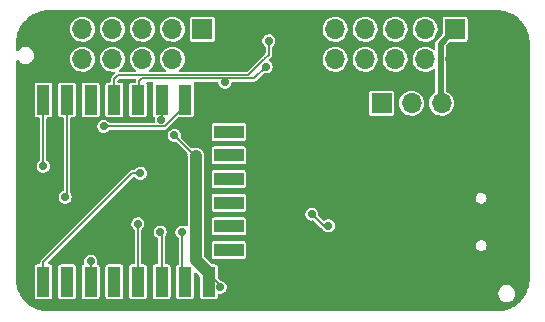
<source format=gtl>
%TF.GenerationSoftware,KiCad,Pcbnew,(5.99.0-8442-g3b424d3868)*%
%TF.CreationDate,2021-01-17T16:03:47+01:00*%
%TF.ProjectId,WiFi-Addon,57694669-2d41-4646-946f-6e2e6b696361,rev?*%
%TF.SameCoordinates,PX160b110PY9be08a8*%
%TF.FileFunction,Copper,L1,Top*%
%TF.FilePolarity,Positive*%
%FSLAX46Y46*%
G04 Gerber Fmt 4.6, Leading zero omitted, Abs format (unit mm)*
G04 Created by KiCad (PCBNEW (5.99.0-8442-g3b424d3868)) date 2021-01-17 16:03:47*
%MOMM*%
%LPD*%
G01*
G04 APERTURE LIST*
%TA.AperFunction,SMDPad,CuDef*%
%ADD10R,1.100000X2.500000*%
%TD*%
%TA.AperFunction,SMDPad,CuDef*%
%ADD11R,2.500000X1.100000*%
%TD*%
%TA.AperFunction,ComponentPad*%
%ADD12R,1.700000X1.700000*%
%TD*%
%TA.AperFunction,ComponentPad*%
%ADD13O,1.700000X1.700000*%
%TD*%
%TA.AperFunction,ViaPad*%
%ADD14C,0.700000*%
%TD*%
%TA.AperFunction,ViaPad*%
%ADD15C,1.000000*%
%TD*%
%TA.AperFunction,Conductor*%
%ADD16C,0.127000*%
%TD*%
%TA.AperFunction,Conductor*%
%ADD17C,1.000000*%
%TD*%
%TA.AperFunction,Conductor*%
%ADD18C,0.500000*%
%TD*%
G04 APERTURE END LIST*
D10*
X7466000Y43209000D03*
X9466000Y43209000D03*
X11466000Y43209000D03*
X13466000Y43209000D03*
X15466000Y43209000D03*
X17466000Y43209000D03*
X19466000Y43209000D03*
X21466000Y43209000D03*
X21466000Y58609000D03*
X19466000Y58609000D03*
X17466000Y58609000D03*
X15466000Y58609000D03*
X13466000Y58609000D03*
X11466000Y58609000D03*
X9466000Y58609000D03*
X7466000Y58609000D03*
D11*
X23166000Y45899000D03*
X23166000Y47899000D03*
X23166000Y49899000D03*
X23166000Y51899000D03*
X23166000Y53899000D03*
X23166000Y55899000D03*
D12*
X42312800Y64589000D03*
D13*
X42312800Y62049000D03*
X39772800Y64589000D03*
X39772800Y62049000D03*
X37232800Y64589000D03*
X37232800Y62049000D03*
X34692800Y64589000D03*
X34692800Y62049000D03*
X32152800Y64589000D03*
X32152800Y62049000D03*
D12*
X20926000Y64589000D03*
D13*
X20926000Y62049000D03*
X18386000Y64589000D03*
X18386000Y62049000D03*
X15846000Y64589000D03*
X15846000Y62049000D03*
X13306000Y64589000D03*
X13306000Y62049000D03*
X10766000Y64589000D03*
X10766000Y62049000D03*
D12*
X36086000Y58319000D03*
D13*
X38626000Y58319000D03*
X41166000Y58319000D03*
D14*
X26546000Y63609000D03*
X18556000Y55589000D03*
X22826000Y60109000D03*
D15*
X20366000Y53859000D03*
D14*
X22426000Y42729000D03*
X17336000Y47419000D03*
X15666000Y52389000D03*
X26316000Y61409000D03*
X15456000Y48109000D03*
X19196000Y47419000D03*
X11456000Y44949000D03*
X17436000Y56909000D03*
X30183998Y48944486D03*
X31586000Y47939000D03*
X7446000Y52989000D03*
X9298801Y50371801D03*
X12586000Y56359000D03*
D16*
X26156058Y62049000D02*
X26546000Y62438942D01*
X26546000Y62438942D02*
X26546000Y63609000D01*
X14996000Y52389000D02*
X15666000Y52389000D01*
X7466000Y43909000D02*
X7466000Y44859000D01*
X7466000Y44859000D02*
X14996000Y52389000D01*
X20366000Y53859000D02*
X20286000Y53859000D01*
X20286000Y53859000D02*
X18556000Y55589000D01*
X19196000Y47419000D02*
X19196000Y44179000D01*
X19196000Y44179000D02*
X19466000Y43909000D01*
X23086000Y60419000D02*
X25326000Y60419000D01*
X15816000Y60419000D02*
X23086000Y60419000D01*
X22826000Y60109000D02*
X22826000Y60159000D01*
X22826000Y60159000D02*
X23086000Y60419000D01*
D17*
X21466000Y43909000D02*
X20366000Y45009000D01*
D16*
X22426000Y42949000D02*
X21466000Y43909000D01*
D17*
X20366000Y45009000D02*
X20366000Y53859000D01*
D16*
X22426000Y42729000D02*
X22426000Y42949000D01*
X26156058Y62049000D02*
X24780069Y60673011D01*
X13760011Y60673011D02*
X13466000Y60379000D01*
X24780069Y60673011D02*
X13760011Y60673011D01*
X13466000Y60379000D02*
X13466000Y57909000D01*
X17466000Y47289000D02*
X17466000Y43909000D01*
X17336000Y47419000D02*
X17466000Y47289000D01*
X15566000Y60169000D02*
X15816000Y60419000D01*
X25326000Y60419000D02*
X26316000Y61409000D01*
X15566000Y58851920D02*
X15566000Y60169000D01*
X15456000Y48109000D02*
X15456000Y43919000D01*
X11456000Y44949000D02*
X11456000Y43919000D01*
X17466000Y57909000D02*
X17466000Y56939000D01*
X17466000Y56939000D02*
X17436000Y56909000D01*
X31189484Y47939000D02*
X31586000Y47939000D01*
X30183998Y48944486D02*
X31189484Y47939000D01*
X7446000Y52989000D02*
X7446000Y57889000D01*
X9466000Y57909000D02*
X9466000Y50539000D01*
X9466000Y50539000D02*
X9298801Y50371801D01*
X12476000Y56359000D02*
X12586000Y56359000D01*
X19296058Y57909000D02*
X17746058Y56359000D01*
X17746058Y56359000D02*
X12586000Y56359000D01*
D18*
X41085789Y58399211D02*
X41085789Y63361989D01*
X41085789Y63361989D02*
X42312800Y64589000D01*
%TA.AperFunction,Conductor*%
G36*
X45848606Y66196245D02*
G01*
X45857497Y66194354D01*
X45863687Y66194272D01*
X45863689Y66194272D01*
X45935997Y66193317D01*
X45991061Y66192590D01*
X45996445Y66192403D01*
X46025255Y66190785D01*
X46068723Y66188344D01*
X46075764Y66187750D01*
X46163339Y66177883D01*
X46310444Y66161309D01*
X46317385Y66160329D01*
X46374294Y66150660D01*
X46381214Y66149283D01*
X46611445Y66096734D01*
X46618288Y66094969D01*
X46673691Y66079008D01*
X46680425Y66076861D01*
X46804480Y66033452D01*
X46903339Y65998860D01*
X46909938Y65996341D01*
X46963213Y65974273D01*
X46969662Y65971387D01*
X47182447Y65868915D01*
X47188726Y65865671D01*
X47239148Y65837804D01*
X47245236Y65834213D01*
X47445241Y65708542D01*
X47451119Y65704615D01*
X47498116Y65671268D01*
X47503761Y65667019D01*
X47688405Y65519772D01*
X47693784Y65515231D01*
X47735737Y65477739D01*
X47736820Y65476771D01*
X47741954Y65471916D01*
X47908916Y65304954D01*
X47913770Y65299821D01*
X47952231Y65256784D01*
X47956772Y65251405D01*
X48104019Y65066761D01*
X48108268Y65061116D01*
X48141615Y65014119D01*
X48145542Y65008241D01*
X48271213Y64808236D01*
X48274804Y64802148D01*
X48302666Y64751735D01*
X48305910Y64745457D01*
X48318958Y64718363D01*
X48408403Y64532629D01*
X48411280Y64526199D01*
X48433347Y64472923D01*
X48435867Y64466321D01*
X48513857Y64243438D01*
X48516004Y64236704D01*
X48531970Y64181285D01*
X48533735Y64174442D01*
X48586283Y63944214D01*
X48587660Y63937294D01*
X48597329Y63880385D01*
X48598309Y63873443D01*
X48615187Y63723642D01*
X48624750Y63638766D01*
X48625344Y63631725D01*
X48629403Y63559455D01*
X48629590Y63554059D01*
X48631354Y63420497D01*
X48632640Y63414451D01*
X48632640Y63414449D01*
X48633244Y63411610D01*
X48636000Y63385400D01*
X48636000Y43512600D01*
X48633244Y43486390D01*
X48632641Y43483553D01*
X48631354Y43477503D01*
X48631272Y43471322D01*
X48631272Y43471319D01*
X48629590Y43343947D01*
X48629403Y43338545D01*
X48625344Y43266275D01*
X48624750Y43259234D01*
X48622550Y43239706D01*
X48598309Y43024557D01*
X48597329Y43017615D01*
X48587662Y42960717D01*
X48586283Y42953786D01*
X48533735Y42723558D01*
X48531970Y42716715D01*
X48516004Y42661296D01*
X48513857Y42654562D01*
X48437884Y42437442D01*
X48435867Y42431679D01*
X48433347Y42425077D01*
X48411280Y42371801D01*
X48408403Y42365371D01*
X48344845Y42233391D01*
X48305910Y42152543D01*
X48302666Y42146265D01*
X48274804Y42095852D01*
X48271213Y42089764D01*
X48145542Y41889759D01*
X48141615Y41883881D01*
X48108268Y41836884D01*
X48104019Y41831239D01*
X47956772Y41646595D01*
X47952231Y41641216D01*
X47935976Y41623027D01*
X47913771Y41598180D01*
X47908916Y41593046D01*
X47741954Y41426084D01*
X47736821Y41421230D01*
X47693784Y41382769D01*
X47688405Y41378228D01*
X47503761Y41230981D01*
X47498116Y41226732D01*
X47451119Y41193385D01*
X47445241Y41189458D01*
X47245236Y41063787D01*
X47239162Y41060204D01*
X47188703Y41032316D01*
X47182463Y41029092D01*
X47054103Y40967278D01*
X46969662Y40926613D01*
X46963213Y40923727D01*
X46909938Y40901659D01*
X46903339Y40899140D01*
X46804480Y40864548D01*
X46680425Y40821139D01*
X46673691Y40818992D01*
X46618288Y40803031D01*
X46611445Y40801266D01*
X46381214Y40748717D01*
X46374294Y40747340D01*
X46317385Y40737671D01*
X46310444Y40736691D01*
X46163339Y40720117D01*
X46075764Y40710250D01*
X46068723Y40709656D01*
X46025255Y40707215D01*
X45996445Y40705597D01*
X45991061Y40705410D01*
X45935997Y40704683D01*
X45863689Y40703728D01*
X45863687Y40703728D01*
X45857497Y40703646D01*
X45848606Y40701755D01*
X45822404Y40699000D01*
X7949600Y40699000D01*
X7923390Y40701756D01*
X7920551Y40702360D01*
X7920549Y40702360D01*
X7914503Y40703646D01*
X7908322Y40703728D01*
X7908319Y40703728D01*
X7819421Y40704902D01*
X7780941Y40705410D01*
X7775553Y40705597D01*
X7744842Y40707321D01*
X7703275Y40709656D01*
X7696234Y40710250D01*
X7627166Y40718032D01*
X7461557Y40736691D01*
X7454615Y40737671D01*
X7397706Y40747340D01*
X7390786Y40748717D01*
X7160558Y40801265D01*
X7153715Y40803030D01*
X7098296Y40818996D01*
X7091562Y40821143D01*
X6868679Y40899133D01*
X6862077Y40901653D01*
X6840976Y40910393D01*
X6808785Y40923727D01*
X6802371Y40926597D01*
X6624775Y41012123D01*
X6589543Y41029090D01*
X6583265Y41032334D01*
X6532852Y41060196D01*
X6526764Y41063787D01*
X6326759Y41189458D01*
X6320881Y41193385D01*
X6273884Y41226732D01*
X6268239Y41230981D01*
X6083595Y41378228D01*
X6078216Y41382769D01*
X6035179Y41421230D01*
X6030046Y41426084D01*
X5863084Y41593046D01*
X5858229Y41598180D01*
X5836024Y41623027D01*
X5819769Y41641216D01*
X5815228Y41646595D01*
X5667981Y41831239D01*
X5663732Y41836884D01*
X5630385Y41883881D01*
X5626458Y41889759D01*
X5500787Y42089764D01*
X5497196Y42095851D01*
X5469316Y42146297D01*
X5466086Y42152550D01*
X5460503Y42164145D01*
X5363613Y42365338D01*
X5360727Y42371787D01*
X5338659Y42425062D01*
X5336138Y42431667D01*
X5258139Y42654575D01*
X5255992Y42661309D01*
X5240031Y42716712D01*
X5238266Y42723555D01*
X5185717Y42953786D01*
X5184338Y42960717D01*
X5174671Y43017615D01*
X5173691Y43024556D01*
X5150878Y43227031D01*
X5147250Y43259236D01*
X5146656Y43266277D01*
X5142597Y43338544D01*
X5142410Y43343946D01*
X5140728Y43471311D01*
X5140728Y43471313D01*
X5140646Y43477503D01*
X5138755Y43486394D01*
X5136000Y43512596D01*
X5136000Y44459000D01*
X6707300Y44459000D01*
X6707300Y41959000D01*
X6723186Y41879134D01*
X6768427Y41811427D01*
X6836134Y41766186D01*
X6848303Y41763766D01*
X6848304Y41763765D01*
X6904963Y41752495D01*
X6916000Y41750300D01*
X8016000Y41750300D01*
X8027037Y41752495D01*
X8083696Y41763765D01*
X8083697Y41763766D01*
X8095866Y41766186D01*
X8163573Y41811427D01*
X8208814Y41879134D01*
X8224700Y41959000D01*
X8224700Y44459000D01*
X8707300Y44459000D01*
X8707300Y41959000D01*
X8723186Y41879134D01*
X8768427Y41811427D01*
X8836134Y41766186D01*
X8848303Y41763766D01*
X8848304Y41763765D01*
X8904963Y41752495D01*
X8916000Y41750300D01*
X10016000Y41750300D01*
X10027037Y41752495D01*
X10083696Y41763765D01*
X10083697Y41763766D01*
X10095866Y41766186D01*
X10163573Y41811427D01*
X10208814Y41879134D01*
X10224700Y41959000D01*
X10224700Y44459000D01*
X10707300Y44459000D01*
X10707300Y41959000D01*
X10723186Y41879134D01*
X10768427Y41811427D01*
X10836134Y41766186D01*
X10848303Y41763766D01*
X10848304Y41763765D01*
X10904963Y41752495D01*
X10916000Y41750300D01*
X12016000Y41750300D01*
X12027037Y41752495D01*
X12083696Y41763765D01*
X12083697Y41763766D01*
X12095866Y41766186D01*
X12163573Y41811427D01*
X12208814Y41879134D01*
X12224700Y41959000D01*
X12224700Y44459000D01*
X12707300Y44459000D01*
X12707300Y41959000D01*
X12723186Y41879134D01*
X12768427Y41811427D01*
X12836134Y41766186D01*
X12848303Y41763766D01*
X12848304Y41763765D01*
X12904963Y41752495D01*
X12916000Y41750300D01*
X14016000Y41750300D01*
X14027037Y41752495D01*
X14083696Y41763765D01*
X14083697Y41763766D01*
X14095866Y41766186D01*
X14163573Y41811427D01*
X14208814Y41879134D01*
X14224700Y41959000D01*
X14224700Y44459000D01*
X14707300Y44459000D01*
X14707300Y41959000D01*
X14723186Y41879134D01*
X14768427Y41811427D01*
X14836134Y41766186D01*
X14848303Y41763766D01*
X14848304Y41763765D01*
X14904963Y41752495D01*
X14916000Y41750300D01*
X16016000Y41750300D01*
X16027037Y41752495D01*
X16083696Y41763765D01*
X16083697Y41763766D01*
X16095866Y41766186D01*
X16163573Y41811427D01*
X16208814Y41879134D01*
X16224700Y41959000D01*
X16224700Y44459000D01*
X16707300Y44459000D01*
X16707300Y41959000D01*
X16723186Y41879134D01*
X16768427Y41811427D01*
X16836134Y41766186D01*
X16848303Y41763766D01*
X16848304Y41763765D01*
X16904963Y41752495D01*
X16916000Y41750300D01*
X18016000Y41750300D01*
X18027037Y41752495D01*
X18083696Y41763765D01*
X18083697Y41763766D01*
X18095866Y41766186D01*
X18163573Y41811427D01*
X18208814Y41879134D01*
X18224700Y41959000D01*
X18224700Y44459000D01*
X18208814Y44538866D01*
X18163573Y44606573D01*
X18095866Y44651814D01*
X18083697Y44654234D01*
X18083696Y44654235D01*
X18022068Y44666493D01*
X18016000Y44667700D01*
X17859200Y44667700D01*
X17791079Y44687702D01*
X17744586Y44741358D01*
X17733200Y44793700D01*
X17733200Y46985336D01*
X17753202Y47053457D01*
X17762954Y47066654D01*
X17807726Y47119634D01*
X17817741Y47141507D01*
X17867279Y47249709D01*
X17867279Y47249710D01*
X17870854Y47257518D01*
X17894577Y47407299D01*
X17894700Y47419000D01*
X17874119Y47569246D01*
X17813892Y47708422D01*
X17808487Y47715096D01*
X17808485Y47715100D01*
X17723859Y47819603D01*
X17718456Y47826275D01*
X17594843Y47914122D01*
X17452160Y47965491D01*
X17443600Y47966120D01*
X17443598Y47966120D01*
X17362697Y47972061D01*
X17300919Y47976598D01*
X17152262Y47946623D01*
X17017142Y47877776D01*
X16905514Y47775129D01*
X16825602Y47646244D01*
X16823205Y47637993D01*
X16823204Y47637991D01*
X16818773Y47622738D01*
X16783294Y47500617D01*
X16783204Y47492029D01*
X16782487Y47423576D01*
X16781706Y47348976D01*
X16820955Y47202495D01*
X16898150Y47071965D01*
X17007604Y46967002D01*
X17015178Y46962941D01*
X17132340Y46900120D01*
X17182924Y46850302D01*
X17198800Y46789075D01*
X17198800Y44793700D01*
X17178798Y44725579D01*
X17125142Y44679086D01*
X17072800Y44667700D01*
X16916000Y44667700D01*
X16909932Y44666493D01*
X16848304Y44654235D01*
X16848303Y44654234D01*
X16836134Y44651814D01*
X16768427Y44606573D01*
X16723186Y44538866D01*
X16707300Y44459000D01*
X16224700Y44459000D01*
X16208814Y44538866D01*
X16163573Y44606573D01*
X16095866Y44651814D01*
X16083697Y44654234D01*
X16083696Y44654235D01*
X16022068Y44666493D01*
X16016000Y44667700D01*
X15849200Y44667700D01*
X15781079Y44687702D01*
X15734586Y44741358D01*
X15723200Y44793700D01*
X15723200Y47554617D01*
X15743202Y47622738D01*
X15778378Y47658829D01*
X15822736Y47688974D01*
X15822741Y47688978D01*
X15829843Y47693805D01*
X15835386Y47700364D01*
X15835388Y47700366D01*
X15922183Y47803075D01*
X15927726Y47809634D01*
X15960709Y47881674D01*
X15987279Y47939709D01*
X15987279Y47939710D01*
X15990854Y47947518D01*
X16014577Y48097299D01*
X16014700Y48109000D01*
X15994119Y48259246D01*
X15933892Y48398422D01*
X15928487Y48405096D01*
X15928485Y48405100D01*
X15843859Y48509603D01*
X15838456Y48516275D01*
X15725466Y48596573D01*
X15721845Y48599146D01*
X15714843Y48604122D01*
X15572160Y48655491D01*
X15563600Y48656120D01*
X15563598Y48656120D01*
X15482697Y48662061D01*
X15420919Y48666598D01*
X15272262Y48636623D01*
X15137142Y48567776D01*
X15025514Y48465129D01*
X14945602Y48336244D01*
X14943205Y48327993D01*
X14943204Y48327991D01*
X14925523Y48267131D01*
X14903294Y48190617D01*
X14901706Y48038976D01*
X14940955Y47892495D01*
X15018150Y47761965D01*
X15127604Y47657002D01*
X15135176Y47652942D01*
X15136858Y47651720D01*
X15180214Y47595499D01*
X15188800Y47549782D01*
X15188800Y44793700D01*
X15168798Y44725579D01*
X15115142Y44679086D01*
X15062800Y44667700D01*
X14916000Y44667700D01*
X14909932Y44666493D01*
X14848304Y44654235D01*
X14848303Y44654234D01*
X14836134Y44651814D01*
X14768427Y44606573D01*
X14723186Y44538866D01*
X14707300Y44459000D01*
X14224700Y44459000D01*
X14208814Y44538866D01*
X14163573Y44606573D01*
X14095866Y44651814D01*
X14083697Y44654234D01*
X14083696Y44654235D01*
X14022068Y44666493D01*
X14016000Y44667700D01*
X12916000Y44667700D01*
X12909932Y44666493D01*
X12848304Y44654235D01*
X12848303Y44654234D01*
X12836134Y44651814D01*
X12768427Y44606573D01*
X12723186Y44538866D01*
X12707300Y44459000D01*
X12224700Y44459000D01*
X12208814Y44538866D01*
X12163573Y44606573D01*
X12095866Y44651814D01*
X12083696Y44654235D01*
X12072230Y44658984D01*
X12073577Y44662235D01*
X12029140Y44685476D01*
X11994004Y44747169D01*
X11992176Y44795864D01*
X12013855Y44932741D01*
X12014577Y44937299D01*
X12014700Y44949000D01*
X11994119Y45099246D01*
X11933892Y45238422D01*
X11928487Y45245096D01*
X11928485Y45245100D01*
X11843859Y45349603D01*
X11838456Y45356275D01*
X11714843Y45444122D01*
X11572160Y45495491D01*
X11563600Y45496120D01*
X11563598Y45496120D01*
X11482697Y45502061D01*
X11420919Y45506598D01*
X11272262Y45476623D01*
X11137142Y45407776D01*
X11025514Y45305129D01*
X10945602Y45176244D01*
X10943205Y45167993D01*
X10943204Y45167991D01*
X10939071Y45153765D01*
X10903294Y45030617D01*
X10901706Y44878976D01*
X10919751Y44811632D01*
X10921975Y44803330D01*
X10920285Y44732353D01*
X10880491Y44673558D01*
X10848486Y44654310D01*
X10848304Y44654235D01*
X10836134Y44651814D01*
X10768427Y44606573D01*
X10723186Y44538866D01*
X10707300Y44459000D01*
X10224700Y44459000D01*
X10208814Y44538866D01*
X10163573Y44606573D01*
X10095866Y44651814D01*
X10083697Y44654234D01*
X10083696Y44654235D01*
X10022068Y44666493D01*
X10016000Y44667700D01*
X8916000Y44667700D01*
X8909932Y44666493D01*
X8848304Y44654235D01*
X8848303Y44654234D01*
X8836134Y44651814D01*
X8768427Y44606573D01*
X8723186Y44538866D01*
X8707300Y44459000D01*
X8224700Y44459000D01*
X8208814Y44538866D01*
X8163573Y44606573D01*
X8095866Y44651814D01*
X8083697Y44654234D01*
X8083696Y44654235D01*
X8022068Y44666493D01*
X8016000Y44667700D01*
X7956767Y44667700D01*
X7888646Y44687702D01*
X7842153Y44741358D01*
X7832049Y44811632D01*
X7861543Y44876212D01*
X7867672Y44882795D01*
X15039973Y52055096D01*
X15102285Y52089122D01*
X15173100Y52084057D01*
X15226015Y52045575D01*
X15228150Y52041965D01*
X15337604Y51937002D01*
X15345172Y51932944D01*
X15345175Y51932942D01*
X15418939Y51893391D01*
X15471253Y51865341D01*
X15554444Y51846745D01*
X15610864Y51834133D01*
X15610866Y51834133D01*
X15619249Y51832259D01*
X15770690Y51840196D01*
X15914418Y51888566D01*
X16039843Y51973805D01*
X16045386Y51980364D01*
X16045388Y51980366D01*
X16132183Y52083075D01*
X16137726Y52089634D01*
X16200854Y52227518D01*
X16224577Y52377299D01*
X16224700Y52389000D01*
X16204119Y52539246D01*
X16143892Y52678422D01*
X16138487Y52685096D01*
X16138485Y52685100D01*
X16053859Y52789603D01*
X16048456Y52796275D01*
X15924843Y52884122D01*
X15782160Y52935491D01*
X15773600Y52936120D01*
X15773598Y52936120D01*
X15692697Y52942061D01*
X15630919Y52946598D01*
X15482262Y52916623D01*
X15347142Y52847776D01*
X15340820Y52841963D01*
X15340819Y52841962D01*
X15316619Y52819709D01*
X15235514Y52745129D01*
X15230989Y52737831D01*
X15217332Y52715804D01*
X15164436Y52668449D01*
X15110245Y52656200D01*
X15033541Y52656200D01*
X15008961Y52658621D01*
X15008172Y52658778D01*
X14996000Y52661199D01*
X14970869Y52656200D01*
X14970863Y52656200D01*
X14970858Y52656199D01*
X14970850Y52656198D01*
X14907673Y52643631D01*
X14907671Y52643630D01*
X14904004Y52642901D01*
X14904002Y52642900D01*
X14891833Y52640480D01*
X14826123Y52596573D01*
X14803526Y52581474D01*
X14796633Y52571158D01*
X14796180Y52570480D01*
X14780510Y52551387D01*
X7303613Y45074490D01*
X7284520Y45058820D01*
X7273526Y45051474D01*
X7259287Y45030164D01*
X7214520Y44963167D01*
X7214520Y44963166D01*
X7198800Y44884137D01*
X7198800Y44884133D01*
X7193801Y44859000D01*
X7196222Y44846828D01*
X7196379Y44846039D01*
X7198800Y44821459D01*
X7198800Y44793700D01*
X7178798Y44725579D01*
X7125142Y44679086D01*
X7072800Y44667700D01*
X6916000Y44667700D01*
X6909932Y44666493D01*
X6848304Y44654235D01*
X6848303Y44654234D01*
X6836134Y44651814D01*
X6768427Y44606573D01*
X6723186Y44538866D01*
X6707300Y44459000D01*
X5136000Y44459000D01*
X5136000Y59859000D01*
X6707300Y59859000D01*
X6707300Y57359000D01*
X6708507Y57352932D01*
X6714774Y57321427D01*
X6723186Y57279134D01*
X6768427Y57211427D01*
X6836134Y57166186D01*
X6848303Y57163766D01*
X6848304Y57163765D01*
X6904963Y57152495D01*
X6916000Y57150300D01*
X7052800Y57150300D01*
X7120921Y57130298D01*
X7167414Y57076642D01*
X7178800Y57024300D01*
X7178800Y53548131D01*
X7158798Y53480010D01*
X7128262Y53448346D01*
X7127142Y53447776D01*
X7015514Y53345129D01*
X6935602Y53216244D01*
X6933205Y53207993D01*
X6933204Y53207991D01*
X6913232Y53139246D01*
X6893294Y53070617D01*
X6891706Y52918976D01*
X6930955Y52772495D01*
X7008150Y52641965D01*
X7117604Y52537002D01*
X7125172Y52532944D01*
X7125175Y52532942D01*
X7198939Y52493391D01*
X7251253Y52465341D01*
X7334444Y52446745D01*
X7390864Y52434133D01*
X7390866Y52434133D01*
X7399249Y52432259D01*
X7550690Y52440196D01*
X7694418Y52488566D01*
X7819843Y52573805D01*
X7825386Y52580364D01*
X7825388Y52580366D01*
X7912183Y52683075D01*
X7917726Y52689634D01*
X7945796Y52750943D01*
X7977279Y52819709D01*
X7977279Y52819710D01*
X7980854Y52827518D01*
X8004577Y52977299D01*
X8004700Y52989000D01*
X7984119Y53139246D01*
X7923892Y53278422D01*
X7918487Y53285096D01*
X7918485Y53285100D01*
X7833859Y53389603D01*
X7828456Y53396275D01*
X7766211Y53440510D01*
X7722270Y53496275D01*
X7713200Y53543216D01*
X7713200Y57024300D01*
X7733202Y57092421D01*
X7786858Y57138914D01*
X7839200Y57150300D01*
X8016000Y57150300D01*
X8027037Y57152495D01*
X8083696Y57163765D01*
X8083697Y57163766D01*
X8095866Y57166186D01*
X8163573Y57211427D01*
X8208814Y57279134D01*
X8217227Y57321427D01*
X8223493Y57352932D01*
X8224700Y57359000D01*
X8224700Y59859000D01*
X8707300Y59859000D01*
X8707300Y57359000D01*
X8708507Y57352932D01*
X8714774Y57321427D01*
X8723186Y57279134D01*
X8768427Y57211427D01*
X8836134Y57166186D01*
X8848303Y57163766D01*
X8848304Y57163765D01*
X8904963Y57152495D01*
X8916000Y57150300D01*
X9072800Y57150300D01*
X9140921Y57130298D01*
X9187414Y57076642D01*
X9198800Y57024300D01*
X9198800Y51016894D01*
X9178798Y50948773D01*
X9125142Y50902280D01*
X9121021Y50900625D01*
X9115063Y50899424D01*
X8979943Y50830577D01*
X8868315Y50727930D01*
X8788403Y50599045D01*
X8786006Y50590794D01*
X8786005Y50590792D01*
X8773906Y50549145D01*
X8746095Y50453418D01*
X8744507Y50301777D01*
X8783756Y50155296D01*
X8860951Y50024766D01*
X8970405Y49919803D01*
X8977973Y49915745D01*
X8977976Y49915743D01*
X9026775Y49889578D01*
X9104054Y49848142D01*
X9187245Y49829546D01*
X9243665Y49816934D01*
X9243667Y49816934D01*
X9252050Y49815060D01*
X9403491Y49822997D01*
X9547219Y49871367D01*
X9672644Y49956606D01*
X9678187Y49963165D01*
X9678189Y49963167D01*
X9764984Y50065876D01*
X9770527Y50072435D01*
X9806931Y50151947D01*
X9830080Y50202510D01*
X9830080Y50202511D01*
X9833655Y50210319D01*
X9857378Y50360100D01*
X9857501Y50371801D01*
X9836920Y50522047D01*
X9776693Y50661223D01*
X9761281Y50680255D01*
X9733955Y50745783D01*
X9733200Y50759551D01*
X9733200Y55518976D01*
X18001706Y55518976D01*
X18040955Y55372495D01*
X18118150Y55241965D01*
X18227604Y55137002D01*
X18235172Y55132944D01*
X18235175Y55132942D01*
X18320649Y55087112D01*
X18361253Y55065341D01*
X18444444Y55046745D01*
X18500864Y55034133D01*
X18500866Y55034133D01*
X18509249Y55032259D01*
X18660690Y55040196D01*
X18660793Y55038231D01*
X18720448Y55032421D01*
X18762492Y55004630D01*
X19641713Y54125409D01*
X19675739Y54063097D01*
X19677540Y54019868D01*
X19657339Y53866421D01*
X19661539Y53828379D01*
X19662300Y53814552D01*
X19662300Y48010810D01*
X19642298Y47942689D01*
X19588642Y47896196D01*
X19518368Y47886092D01*
X19469664Y47905565D01*
X19469456Y47905167D01*
X19465547Y47907211D01*
X19463310Y47908105D01*
X19461846Y47909146D01*
X19461842Y47909148D01*
X19454843Y47914122D01*
X19312160Y47965491D01*
X19303600Y47966120D01*
X19303598Y47966120D01*
X19222697Y47972061D01*
X19160919Y47976598D01*
X19012262Y47946623D01*
X18877142Y47877776D01*
X18765514Y47775129D01*
X18685602Y47646244D01*
X18683205Y47637993D01*
X18683204Y47637991D01*
X18678773Y47622738D01*
X18643294Y47500617D01*
X18643204Y47492029D01*
X18642487Y47423576D01*
X18641706Y47348976D01*
X18680955Y47202495D01*
X18758150Y47071965D01*
X18867604Y46967002D01*
X18875176Y46962942D01*
X18876858Y46961720D01*
X18920214Y46905499D01*
X18928800Y46859782D01*
X18928800Y44771767D01*
X18908798Y44703646D01*
X18851016Y44655357D01*
X18848309Y44654236D01*
X18836134Y44651814D01*
X18768427Y44606573D01*
X18723186Y44538866D01*
X18707300Y44459000D01*
X18707300Y41959000D01*
X18723186Y41879134D01*
X18768427Y41811427D01*
X18836134Y41766186D01*
X18848303Y41763766D01*
X18848304Y41763765D01*
X18904963Y41752495D01*
X18916000Y41750300D01*
X20016000Y41750300D01*
X20027037Y41752495D01*
X20083696Y41763765D01*
X20083697Y41763766D01*
X20095866Y41766186D01*
X20163573Y41811427D01*
X20208814Y41879134D01*
X20224700Y41959000D01*
X20224700Y43850928D01*
X20244702Y43919049D01*
X20298358Y43965542D01*
X20368632Y43975646D01*
X20433212Y43946152D01*
X20439795Y43940023D01*
X20670395Y43709423D01*
X20704421Y43647111D01*
X20707300Y43620328D01*
X20707300Y41959000D01*
X20723186Y41879134D01*
X20768427Y41811427D01*
X20836134Y41766186D01*
X20848303Y41763766D01*
X20848304Y41763765D01*
X20904963Y41752495D01*
X20916000Y41750300D01*
X22016000Y41750300D01*
X22027037Y41752495D01*
X22083696Y41763765D01*
X22083697Y41763766D01*
X22095866Y41766186D01*
X22163573Y41811427D01*
X22208814Y41879134D01*
X22224700Y41959000D01*
X22224700Y42049531D01*
X22244702Y42117652D01*
X22259199Y42130214D01*
X45960767Y42130214D01*
X45998343Y41965488D01*
X46001567Y41958921D01*
X46001568Y41958919D01*
X46064257Y41831239D01*
X46072807Y41813824D01*
X46077455Y41808175D01*
X46077456Y41808174D01*
X46125079Y41750300D01*
X46180163Y41683358D01*
X46314654Y41581089D01*
X46321342Y41578118D01*
X46321346Y41578116D01*
X46353696Y41563747D01*
X46469065Y41512502D01*
X46476260Y41511149D01*
X46582866Y41491102D01*
X46635113Y41481277D01*
X46642421Y41481615D01*
X46642424Y41481615D01*
X46796573Y41488750D01*
X46796576Y41488750D01*
X46803890Y41489089D01*
X46810933Y41491102D01*
X46810934Y41491102D01*
X46896217Y41515476D01*
X46966343Y41535518D01*
X46972729Y41539094D01*
X46972733Y41539096D01*
X47107367Y41614495D01*
X47107369Y41614496D01*
X47113759Y41618075D01*
X47184878Y41683358D01*
X47232838Y41727382D01*
X47232839Y41727383D01*
X47238228Y41732330D01*
X47250418Y41750300D01*
X47305320Y41831239D01*
X47333074Y41872154D01*
X47343471Y41899453D01*
X47390604Y42023204D01*
X47390605Y42023209D01*
X47393210Y42030048D01*
X47415410Y42197542D01*
X47415500Y42209000D01*
X47415047Y42212882D01*
X47415047Y42212890D01*
X47396782Y42369549D01*
X47396782Y42369550D01*
X47395934Y42376821D01*
X47338286Y42535640D01*
X47245647Y42676938D01*
X47122988Y42793134D01*
X47045176Y42838330D01*
X46983220Y42874317D01*
X46983217Y42874318D01*
X46976887Y42877995D01*
X46969879Y42880117D01*
X46969878Y42880118D01*
X46937561Y42889906D01*
X46815183Y42926971D01*
X46807874Y42927424D01*
X46807871Y42927425D01*
X46736926Y42931826D01*
X46646550Y42937433D01*
X46639334Y42936193D01*
X46639332Y42936193D01*
X46487247Y42910060D01*
X46487245Y42910059D01*
X46480032Y42908820D01*
X46324563Y42842667D01*
X46188482Y42742523D01*
X46079089Y42613759D01*
X46002253Y42463283D01*
X45962094Y42299167D01*
X45960767Y42130214D01*
X22259199Y42130214D01*
X22298358Y42164145D01*
X22362177Y42173321D01*
X22362306Y42174852D01*
X22370863Y42174134D01*
X22379249Y42172259D01*
X22530690Y42180196D01*
X22674418Y42228566D01*
X22799843Y42313805D01*
X22805386Y42320364D01*
X22805388Y42320366D01*
X22892183Y42423075D01*
X22897726Y42429634D01*
X22951503Y42547092D01*
X22957279Y42559709D01*
X22957279Y42559710D01*
X22960854Y42567518D01*
X22984577Y42717299D01*
X22984700Y42729000D01*
X22964119Y42879246D01*
X22903892Y43018422D01*
X22898487Y43025096D01*
X22898485Y43025100D01*
X22813859Y43129603D01*
X22808456Y43136275D01*
X22684843Y43224122D01*
X22542160Y43275491D01*
X22533598Y43276120D01*
X22533597Y43276120D01*
X22521656Y43276997D01*
X22518984Y43277193D01*
X22452511Y43302131D01*
X22439117Y43313760D01*
X22261605Y43491272D01*
X22227579Y43553584D01*
X22224700Y43580367D01*
X22224700Y44459000D01*
X22208814Y44538866D01*
X22163573Y44606573D01*
X22095866Y44651814D01*
X22083697Y44654234D01*
X22083696Y44654235D01*
X22022068Y44666493D01*
X22016000Y44667700D01*
X21754672Y44667700D01*
X21686551Y44687702D01*
X21665577Y44704605D01*
X21106605Y45263577D01*
X21072579Y45325889D01*
X21069700Y45352672D01*
X21069700Y46449000D01*
X21707300Y46449000D01*
X21707300Y45349000D01*
X21708507Y45342932D01*
X21716951Y45300482D01*
X21723186Y45269134D01*
X21768427Y45201427D01*
X21836134Y45156186D01*
X21848303Y45153766D01*
X21848304Y45153765D01*
X21904963Y45142495D01*
X21916000Y45140300D01*
X24416000Y45140300D01*
X24427037Y45142495D01*
X24483696Y45153765D01*
X24483697Y45153766D01*
X24495866Y45156186D01*
X24563573Y45201427D01*
X24608814Y45269134D01*
X24615050Y45300482D01*
X24623493Y45342932D01*
X24624700Y45349000D01*
X24624700Y46219769D01*
X44072676Y46219769D01*
X44075375Y46210744D01*
X44109057Y46098118D01*
X44109058Y46098115D01*
X44111756Y46089095D01*
X44116987Y46081266D01*
X44116988Y46081264D01*
X44182298Y45983520D01*
X44182300Y45983518D01*
X44187531Y45975689D01*
X44194835Y45969743D01*
X44286000Y45895523D01*
X44286002Y45895522D01*
X44293303Y45889578D01*
X44419719Y45838374D01*
X44429103Y45837561D01*
X44429104Y45837561D01*
X44546222Y45827417D01*
X44546225Y45827417D01*
X44555602Y45826605D01*
X44564803Y45828586D01*
X44564804Y45828586D01*
X44626690Y45841910D01*
X44688939Y45855312D01*
X44807940Y45921956D01*
X44902085Y46020645D01*
X44936288Y46089095D01*
X44958839Y46134226D01*
X44958840Y46134228D01*
X44963050Y46142654D01*
X44985443Y46277195D01*
X44985500Y46284400D01*
X44965222Y46419276D01*
X44937400Y46477217D01*
X44910259Y46533738D01*
X44910258Y46533739D01*
X44906182Y46542228D01*
X44813599Y46642383D01*
X44805455Y46647113D01*
X44805453Y46647115D01*
X44738092Y46686241D01*
X44695659Y46710888D01*
X44601479Y46732718D01*
X44571966Y46739559D01*
X44571965Y46739559D01*
X44562789Y46741686D01*
X44553394Y46741021D01*
X44553391Y46741021D01*
X44482844Y46736026D01*
X44426738Y46732053D01*
X44299533Y46682841D01*
X44192422Y46598402D01*
X44187067Y46590655D01*
X44187066Y46590653D01*
X44153598Y46542228D01*
X44114875Y46486200D01*
X44073747Y46356156D01*
X44072676Y46219769D01*
X24624700Y46219769D01*
X24624700Y46449000D01*
X24608814Y46528866D01*
X24563573Y46596573D01*
X24495866Y46641814D01*
X24483697Y46644234D01*
X24483696Y46644235D01*
X24422068Y46656493D01*
X24416000Y46657700D01*
X21916000Y46657700D01*
X21909932Y46656493D01*
X21848304Y46644235D01*
X21848303Y46644234D01*
X21836134Y46641814D01*
X21768427Y46596573D01*
X21723186Y46528866D01*
X21707300Y46449000D01*
X21069700Y46449000D01*
X21069700Y48449000D01*
X21707300Y48449000D01*
X21707300Y47349000D01*
X21723186Y47269134D01*
X21768427Y47201427D01*
X21836134Y47156186D01*
X21848303Y47153766D01*
X21848304Y47153765D01*
X21904963Y47142495D01*
X21916000Y47140300D01*
X24416000Y47140300D01*
X24427037Y47142495D01*
X24483696Y47153765D01*
X24483697Y47153766D01*
X24495866Y47156186D01*
X24563573Y47201427D01*
X24608814Y47269134D01*
X24624700Y47349000D01*
X24624700Y48449000D01*
X24617317Y48486120D01*
X24611235Y48516696D01*
X24611234Y48516697D01*
X24608814Y48528866D01*
X24563573Y48596573D01*
X24495866Y48641814D01*
X24483697Y48644234D01*
X24483696Y48644235D01*
X24422068Y48656493D01*
X24416000Y48657700D01*
X21916000Y48657700D01*
X21909932Y48656493D01*
X21848304Y48644235D01*
X21848303Y48644234D01*
X21836134Y48641814D01*
X21768427Y48596573D01*
X21723186Y48528866D01*
X21720766Y48516697D01*
X21720765Y48516696D01*
X21714683Y48486120D01*
X21707300Y48449000D01*
X21069700Y48449000D01*
X21069700Y48874462D01*
X29629704Y48874462D01*
X29668953Y48727981D01*
X29746148Y48597451D01*
X29855602Y48492488D01*
X29863170Y48488430D01*
X29863173Y48488428D01*
X29925391Y48455068D01*
X29989251Y48420827D01*
X30072442Y48402231D01*
X30128862Y48389619D01*
X30128864Y48389619D01*
X30137247Y48387745D01*
X30288688Y48395682D01*
X30288791Y48393717D01*
X30348446Y48387907D01*
X30390490Y48360116D01*
X30973996Y47776610D01*
X30989666Y47757517D01*
X30997010Y47746526D01*
X31007326Y47739633D01*
X31007327Y47739632D01*
X31018316Y47732289D01*
X31018320Y47732286D01*
X31071919Y47696472D01*
X31110371Y47655846D01*
X31148150Y47591965D01*
X31257604Y47487002D01*
X31265172Y47482944D01*
X31265175Y47482942D01*
X31338939Y47443391D01*
X31391253Y47415341D01*
X31474444Y47396745D01*
X31530864Y47384133D01*
X31530866Y47384133D01*
X31539249Y47382259D01*
X31690690Y47390196D01*
X31834418Y47438566D01*
X31959843Y47523805D01*
X31965386Y47530364D01*
X31965388Y47530366D01*
X32052183Y47633075D01*
X32057726Y47639634D01*
X32063260Y47651720D01*
X32117279Y47769709D01*
X32117279Y47769710D01*
X32120854Y47777518D01*
X32144577Y47927299D01*
X32144700Y47939000D01*
X32124119Y48089246D01*
X32063892Y48228422D01*
X32058487Y48235096D01*
X32058485Y48235100D01*
X31973859Y48339603D01*
X31968456Y48346275D01*
X31901699Y48393717D01*
X31851845Y48429146D01*
X31844843Y48434122D01*
X31702160Y48485491D01*
X31693600Y48486120D01*
X31693598Y48486120D01*
X31606884Y48492488D01*
X31550919Y48496598D01*
X31402262Y48466623D01*
X31267142Y48397776D01*
X31260899Y48392035D01*
X31193593Y48369598D01*
X31124794Y48387124D01*
X31099942Y48406420D01*
X30764865Y48741496D01*
X30730840Y48803809D01*
X30729511Y48850303D01*
X30733338Y48874462D01*
X30742575Y48932785D01*
X30742698Y48944486D01*
X30722117Y49094732D01*
X30661890Y49233908D01*
X30656485Y49240582D01*
X30656483Y49240586D01*
X30571857Y49345089D01*
X30566454Y49351761D01*
X30442841Y49439608D01*
X30300158Y49490977D01*
X30291598Y49491606D01*
X30291596Y49491606D01*
X30210695Y49497547D01*
X30148917Y49502084D01*
X30000260Y49472109D01*
X29865140Y49403262D01*
X29753512Y49300615D01*
X29673600Y49171730D01*
X29671203Y49163479D01*
X29671202Y49163477D01*
X29664469Y49140300D01*
X29631292Y49026103D01*
X29629704Y48874462D01*
X21069700Y48874462D01*
X21069700Y50449000D01*
X21707300Y50449000D01*
X21707300Y49349000D01*
X21723186Y49269134D01*
X21768427Y49201427D01*
X21836134Y49156186D01*
X21848303Y49153766D01*
X21848304Y49153765D01*
X21904963Y49142495D01*
X21916000Y49140300D01*
X24416000Y49140300D01*
X24427037Y49142495D01*
X24483696Y49153765D01*
X24483697Y49153766D01*
X24495866Y49156186D01*
X24563573Y49201427D01*
X24608814Y49269134D01*
X24624700Y49349000D01*
X24624700Y50219769D01*
X44072676Y50219769D01*
X44075375Y50210744D01*
X44109057Y50098118D01*
X44109058Y50098115D01*
X44111756Y50089095D01*
X44116987Y50081266D01*
X44116988Y50081264D01*
X44182298Y49983520D01*
X44182300Y49983518D01*
X44187531Y49975689D01*
X44230294Y49940875D01*
X44286000Y49895523D01*
X44286002Y49895522D01*
X44293303Y49889578D01*
X44419719Y49838374D01*
X44429103Y49837561D01*
X44429104Y49837561D01*
X44546222Y49827417D01*
X44546225Y49827417D01*
X44555602Y49826605D01*
X44564803Y49828586D01*
X44564804Y49828586D01*
X44646936Y49846269D01*
X44688939Y49855312D01*
X44807940Y49921956D01*
X44840995Y49956606D01*
X44895585Y50013831D01*
X44895586Y50013832D01*
X44902085Y50020645D01*
X44936288Y50089095D01*
X44958839Y50134226D01*
X44958840Y50134228D01*
X44963050Y50142654D01*
X44966535Y50163590D01*
X44984630Y50272308D01*
X44984630Y50272313D01*
X44985443Y50277195D01*
X44985500Y50284400D01*
X44982888Y50301777D01*
X44966622Y50409964D01*
X44965222Y50419276D01*
X44952952Y50444830D01*
X44910259Y50533738D01*
X44910258Y50533739D01*
X44906182Y50542228D01*
X44813599Y50642383D01*
X44805455Y50647113D01*
X44805453Y50647115D01*
X44753988Y50677008D01*
X44695659Y50710888D01*
X44597053Y50733744D01*
X44571966Y50739559D01*
X44571965Y50739559D01*
X44562789Y50741686D01*
X44553394Y50741021D01*
X44553391Y50741021D01*
X44482844Y50736026D01*
X44426738Y50732053D01*
X44299533Y50682841D01*
X44192422Y50598402D01*
X44187067Y50590655D01*
X44187066Y50590653D01*
X44153598Y50542228D01*
X44114875Y50486200D01*
X44112034Y50477217D01*
X44105029Y50455068D01*
X44073747Y50356156D01*
X44072676Y50219769D01*
X24624700Y50219769D01*
X24624700Y50449000D01*
X24608814Y50528866D01*
X24563573Y50596573D01*
X24495866Y50641814D01*
X24483697Y50644234D01*
X24483696Y50644235D01*
X24422068Y50656493D01*
X24416000Y50657700D01*
X21916000Y50657700D01*
X21909932Y50656493D01*
X21848304Y50644235D01*
X21848303Y50644234D01*
X21836134Y50641814D01*
X21768427Y50596573D01*
X21723186Y50528866D01*
X21707300Y50449000D01*
X21069700Y50449000D01*
X21069700Y52449000D01*
X21707300Y52449000D01*
X21707300Y51349000D01*
X21723186Y51269134D01*
X21768427Y51201427D01*
X21836134Y51156186D01*
X21848303Y51153766D01*
X21848304Y51153765D01*
X21904963Y51142495D01*
X21916000Y51140300D01*
X24416000Y51140300D01*
X24427037Y51142495D01*
X24483696Y51153765D01*
X24483697Y51153766D01*
X24495866Y51156186D01*
X24563573Y51201427D01*
X24608814Y51269134D01*
X24624700Y51349000D01*
X24624700Y52449000D01*
X24608814Y52528866D01*
X24563573Y52596573D01*
X24495866Y52641814D01*
X24483697Y52644234D01*
X24483696Y52644235D01*
X24422068Y52656493D01*
X24416000Y52657700D01*
X21916000Y52657700D01*
X21909932Y52656493D01*
X21848304Y52644235D01*
X21848303Y52644234D01*
X21836134Y52641814D01*
X21768427Y52596573D01*
X21723186Y52528866D01*
X21707300Y52449000D01*
X21069700Y52449000D01*
X21069700Y53801194D01*
X21070957Y53818947D01*
X21073964Y53840077D01*
X21074545Y53844158D01*
X21074700Y53859000D01*
X21054243Y54028049D01*
X20994052Y54187338D01*
X20897604Y54327672D01*
X20770465Y54440948D01*
X20763759Y54444499D01*
X20763757Y54444500D01*
X20755258Y54449000D01*
X21707300Y54449000D01*
X21707300Y53349000D01*
X21723186Y53269134D01*
X21768427Y53201427D01*
X21836134Y53156186D01*
X21848303Y53153766D01*
X21848304Y53153765D01*
X21904963Y53142495D01*
X21916000Y53140300D01*
X24416000Y53140300D01*
X24427037Y53142495D01*
X24483696Y53153765D01*
X24483697Y53153766D01*
X24495866Y53156186D01*
X24563573Y53201427D01*
X24608814Y53269134D01*
X24624700Y53349000D01*
X24624700Y54449000D01*
X24618012Y54482625D01*
X24611235Y54516696D01*
X24611234Y54516697D01*
X24608814Y54528866D01*
X24563573Y54596573D01*
X24495866Y54641814D01*
X24483697Y54644234D01*
X24483696Y54644235D01*
X24422068Y54656493D01*
X24416000Y54657700D01*
X21916000Y54657700D01*
X21909932Y54656493D01*
X21848304Y54644235D01*
X21848303Y54644234D01*
X21836134Y54641814D01*
X21768427Y54596573D01*
X21723186Y54528866D01*
X21720766Y54516697D01*
X21720765Y54516696D01*
X21713988Y54482625D01*
X21707300Y54449000D01*
X20755258Y54449000D01*
X20627401Y54516696D01*
X20619975Y54520628D01*
X20454824Y54562112D01*
X20447226Y54562152D01*
X20447224Y54562152D01*
X20373811Y54562536D01*
X20284544Y54563003D01*
X20277165Y54561231D01*
X20277161Y54561231D01*
X20185321Y54539182D01*
X20118967Y54523252D01*
X20112220Y54519769D01*
X20108505Y54518388D01*
X20037684Y54513390D01*
X19975489Y54547389D01*
X19136867Y55386010D01*
X19102842Y55448323D01*
X19101513Y55494817D01*
X19105340Y55518976D01*
X19114577Y55577299D01*
X19114700Y55589000D01*
X19094119Y55739246D01*
X19033892Y55878422D01*
X19028487Y55885096D01*
X19028485Y55885100D01*
X18943859Y55989603D01*
X18938456Y55996275D01*
X18905977Y56019357D01*
X18821845Y56079146D01*
X18814843Y56084122D01*
X18672160Y56135491D01*
X18663600Y56136120D01*
X18663598Y56136120D01*
X18576788Y56142495D01*
X18520919Y56146598D01*
X18372262Y56116623D01*
X18237142Y56047776D01*
X18230820Y56041963D01*
X18230819Y56041962D01*
X18198198Y56011965D01*
X18125514Y55945129D01*
X18045602Y55816244D01*
X18043205Y55807993D01*
X18043204Y55807991D01*
X18041539Y55802259D01*
X18003294Y55670617D01*
X18001706Y55518976D01*
X9733200Y55518976D01*
X9733200Y56288976D01*
X12031706Y56288976D01*
X12070955Y56142495D01*
X12148150Y56011965D01*
X12257604Y55907002D01*
X12265172Y55902944D01*
X12265175Y55902942D01*
X12338939Y55863391D01*
X12391253Y55835341D01*
X12474444Y55816745D01*
X12530864Y55804133D01*
X12530866Y55804133D01*
X12539249Y55802259D01*
X12690690Y55810196D01*
X12834418Y55858566D01*
X12959843Y55943805D01*
X12965386Y55950364D01*
X12965388Y55950366D01*
X13047158Y56047128D01*
X13106404Y56086248D01*
X13143396Y56091800D01*
X17708517Y56091800D01*
X17733097Y56089379D01*
X17746058Y56086801D01*
X17771189Y56091800D01*
X17771195Y56091800D01*
X17771200Y56091801D01*
X17771208Y56091802D01*
X17834385Y56104369D01*
X17834387Y56104370D01*
X17838054Y56105099D01*
X17838056Y56105100D01*
X17850225Y56107520D01*
X17917222Y56152287D01*
X17938532Y56166526D01*
X17945878Y56177520D01*
X17961548Y56196613D01*
X18213935Y56449000D01*
X21707300Y56449000D01*
X21707300Y55349000D01*
X21723186Y55269134D01*
X21768427Y55201427D01*
X21836134Y55156186D01*
X21848303Y55153766D01*
X21848304Y55153765D01*
X21902682Y55142949D01*
X21916000Y55140300D01*
X24416000Y55140300D01*
X24429318Y55142949D01*
X24483696Y55153765D01*
X24483697Y55153766D01*
X24495866Y55156186D01*
X24563573Y55201427D01*
X24608814Y55269134D01*
X24624700Y55349000D01*
X24624700Y56449000D01*
X24608814Y56528866D01*
X24563573Y56596573D01*
X24495866Y56641814D01*
X24483697Y56644234D01*
X24483696Y56644235D01*
X24422068Y56656493D01*
X24416000Y56657700D01*
X21916000Y56657700D01*
X21909932Y56656493D01*
X21848304Y56644235D01*
X21848303Y56644234D01*
X21836134Y56641814D01*
X21768427Y56596573D01*
X21723186Y56528866D01*
X21707300Y56449000D01*
X18213935Y56449000D01*
X18878330Y57113395D01*
X18940642Y57147421D01*
X18967425Y57150300D01*
X20016000Y57150300D01*
X20027037Y57152495D01*
X20083696Y57163765D01*
X20083697Y57163766D01*
X20095866Y57166186D01*
X20163573Y57211427D01*
X20208814Y57279134D01*
X20217227Y57321427D01*
X20223493Y57352932D01*
X20224700Y57359000D01*
X20224700Y59169000D01*
X35027300Y59169000D01*
X35027300Y57469000D01*
X35043186Y57389134D01*
X35088427Y57321427D01*
X35156134Y57276186D01*
X35168303Y57273766D01*
X35168304Y57273765D01*
X35224963Y57262495D01*
X35236000Y57260300D01*
X36936000Y57260300D01*
X36947037Y57262495D01*
X37003696Y57273765D01*
X37003697Y57273766D01*
X37015866Y57276186D01*
X37083573Y57321427D01*
X37128814Y57389134D01*
X37144700Y57469000D01*
X37144700Y58333782D01*
X37567403Y58333782D01*
X37584693Y58127884D01*
X37641646Y57929267D01*
X37736092Y57745494D01*
X37864435Y57583565D01*
X37869122Y57579576D01*
X37869125Y57579573D01*
X38017094Y57453642D01*
X38021786Y57449649D01*
X38027164Y57446643D01*
X38027166Y57446642D01*
X38055845Y57430614D01*
X38202150Y57348847D01*
X38398660Y57284997D01*
X38603828Y57260532D01*
X38609963Y57261004D01*
X38609965Y57261004D01*
X38803699Y57275911D01*
X38803703Y57275912D01*
X38809841Y57276384D01*
X39008852Y57331949D01*
X39014356Y57334729D01*
X39014358Y57334730D01*
X39187779Y57422331D01*
X39187781Y57422332D01*
X39193280Y57425110D01*
X39356100Y57552319D01*
X39387240Y57588395D01*
X39487082Y57704063D01*
X39487083Y57704065D01*
X39491111Y57708731D01*
X39593171Y57888388D01*
X39658391Y58084447D01*
X39684287Y58289439D01*
X39684700Y58319000D01*
X39664537Y58524636D01*
X39604817Y58722439D01*
X39507814Y58904876D01*
X39434287Y58995029D01*
X39381118Y59060221D01*
X39381115Y59060224D01*
X39377223Y59064996D01*
X39372474Y59068925D01*
X39222768Y59192773D01*
X39222764Y59192775D01*
X39218018Y59196702D01*
X39036263Y59294977D01*
X38925928Y59329131D01*
X38844768Y59354254D01*
X38844765Y59354255D01*
X38838881Y59356076D01*
X38832756Y59356720D01*
X38832755Y59356720D01*
X38639519Y59377030D01*
X38639518Y59377030D01*
X38633391Y59377674D01*
X38557291Y59370749D01*
X38433757Y59359507D01*
X38433753Y59359506D01*
X38427619Y59358948D01*
X38229404Y59300610D01*
X38046295Y59204882D01*
X38041494Y59201022D01*
X38041491Y59201020D01*
X37993971Y59162813D01*
X37885266Y59075412D01*
X37752452Y58917131D01*
X37749484Y58911733D01*
X37749481Y58911728D01*
X37655878Y58741463D01*
X37652911Y58736066D01*
X37590435Y58539116D01*
X37589749Y58532999D01*
X37589748Y58532995D01*
X37568090Y58339907D01*
X37567403Y58333782D01*
X37144700Y58333782D01*
X37144700Y59169000D01*
X37137563Y59204882D01*
X37131235Y59236696D01*
X37131234Y59236697D01*
X37128814Y59248866D01*
X37083573Y59316573D01*
X37015866Y59361814D01*
X37003697Y59364234D01*
X37003696Y59364235D01*
X36942068Y59376493D01*
X36936000Y59377700D01*
X35236000Y59377700D01*
X35229932Y59376493D01*
X35168304Y59364235D01*
X35168303Y59364234D01*
X35156134Y59361814D01*
X35088427Y59316573D01*
X35043186Y59248866D01*
X35040766Y59236697D01*
X35040765Y59236696D01*
X35034437Y59204882D01*
X35027300Y59169000D01*
X20224700Y59169000D01*
X20224700Y59859000D01*
X20208814Y59938866D01*
X20201921Y59949182D01*
X20201920Y59949185D01*
X20197501Y59955798D01*
X20176286Y60023551D01*
X20195069Y60092018D01*
X20247886Y60139461D01*
X20302266Y60151800D01*
X22147544Y60151800D01*
X22215665Y60131798D01*
X22262158Y60078142D01*
X22271762Y60044364D01*
X22271706Y60038976D01*
X22310955Y59892495D01*
X22388150Y59761965D01*
X22497604Y59657002D01*
X22505172Y59652944D01*
X22505175Y59652942D01*
X22578939Y59613391D01*
X22631253Y59585341D01*
X22714444Y59566745D01*
X22770864Y59554133D01*
X22770866Y59554133D01*
X22779249Y59552259D01*
X22930690Y59560196D01*
X23074418Y59608566D01*
X23199843Y59693805D01*
X23205386Y59700364D01*
X23205388Y59700366D01*
X23292183Y59803075D01*
X23297726Y59809634D01*
X23320328Y59859000D01*
X23357279Y59939709D01*
X23357279Y59939710D01*
X23360854Y59947518D01*
X23370208Y60006573D01*
X23376375Y60045511D01*
X23406788Y60109664D01*
X23467056Y60147191D01*
X23500824Y60151800D01*
X25288459Y60151800D01*
X25313039Y60149379D01*
X25326000Y60146801D01*
X25351131Y60151800D01*
X25351137Y60151800D01*
X25351142Y60151801D01*
X25351150Y60151802D01*
X25414327Y60164369D01*
X25414329Y60164370D01*
X25417996Y60165099D01*
X25417998Y60165100D01*
X25430167Y60167520D01*
X25497164Y60212287D01*
X25518474Y60226526D01*
X25525818Y60237517D01*
X25541488Y60256611D01*
X26112293Y60827415D01*
X26174605Y60861440D01*
X26228874Y60861284D01*
X26239482Y60858913D01*
X26260864Y60854133D01*
X26260866Y60854133D01*
X26269249Y60852259D01*
X26420690Y60860196D01*
X26564418Y60908566D01*
X26689843Y60993805D01*
X26695386Y61000364D01*
X26695388Y61000366D01*
X26782183Y61103075D01*
X26787726Y61109634D01*
X26794993Y61125505D01*
X26847279Y61239709D01*
X26847279Y61239710D01*
X26850854Y61247518D01*
X26874577Y61397299D01*
X26874700Y61409000D01*
X26854119Y61559246D01*
X26793892Y61698422D01*
X26788487Y61705096D01*
X26788485Y61705100D01*
X26703859Y61809603D01*
X26698456Y61816275D01*
X26691457Y61821249D01*
X26587775Y61894932D01*
X26543834Y61950697D01*
X26537018Y62021366D01*
X26559502Y62063782D01*
X31094203Y62063782D01*
X31111493Y61857884D01*
X31168446Y61659267D01*
X31262892Y61475494D01*
X31391235Y61313565D01*
X31395922Y61309576D01*
X31395925Y61309573D01*
X31496234Y61224204D01*
X31548586Y61179649D01*
X31553964Y61176643D01*
X31553966Y61176642D01*
X31638768Y61129248D01*
X31728950Y61078847D01*
X31925460Y61014997D01*
X32130628Y60990532D01*
X32136763Y60991004D01*
X32136765Y60991004D01*
X32330499Y61005911D01*
X32330503Y61005912D01*
X32336641Y61006384D01*
X32535652Y61061949D01*
X32541156Y61064729D01*
X32541158Y61064730D01*
X32714579Y61152331D01*
X32714581Y61152332D01*
X32720080Y61155110D01*
X32882900Y61282319D01*
X33017911Y61438731D01*
X33119971Y61618388D01*
X33185191Y61814447D01*
X33211087Y62019439D01*
X33211500Y62049000D01*
X33210051Y62063782D01*
X33634203Y62063782D01*
X33651493Y61857884D01*
X33708446Y61659267D01*
X33802892Y61475494D01*
X33931235Y61313565D01*
X33935922Y61309576D01*
X33935925Y61309573D01*
X34036234Y61224204D01*
X34088586Y61179649D01*
X34093964Y61176643D01*
X34093966Y61176642D01*
X34178768Y61129248D01*
X34268950Y61078847D01*
X34465460Y61014997D01*
X34670628Y60990532D01*
X34676763Y60991004D01*
X34676765Y60991004D01*
X34870499Y61005911D01*
X34870503Y61005912D01*
X34876641Y61006384D01*
X35075652Y61061949D01*
X35081156Y61064729D01*
X35081158Y61064730D01*
X35254579Y61152331D01*
X35254581Y61152332D01*
X35260080Y61155110D01*
X35422900Y61282319D01*
X35557911Y61438731D01*
X35659971Y61618388D01*
X35725191Y61814447D01*
X35751087Y62019439D01*
X35751500Y62049000D01*
X35750051Y62063782D01*
X36174203Y62063782D01*
X36191493Y61857884D01*
X36248446Y61659267D01*
X36342892Y61475494D01*
X36471235Y61313565D01*
X36475922Y61309576D01*
X36475925Y61309573D01*
X36576234Y61224204D01*
X36628586Y61179649D01*
X36633964Y61176643D01*
X36633966Y61176642D01*
X36718768Y61129248D01*
X36808950Y61078847D01*
X37005460Y61014997D01*
X37210628Y60990532D01*
X37216763Y60991004D01*
X37216765Y60991004D01*
X37410499Y61005911D01*
X37410503Y61005912D01*
X37416641Y61006384D01*
X37615652Y61061949D01*
X37621156Y61064729D01*
X37621158Y61064730D01*
X37794579Y61152331D01*
X37794581Y61152332D01*
X37800080Y61155110D01*
X37962900Y61282319D01*
X38097911Y61438731D01*
X38199971Y61618388D01*
X38265191Y61814447D01*
X38291087Y62019439D01*
X38291500Y62049000D01*
X38290051Y62063782D01*
X38714203Y62063782D01*
X38731493Y61857884D01*
X38788446Y61659267D01*
X38882892Y61475494D01*
X39011235Y61313565D01*
X39015922Y61309576D01*
X39015925Y61309573D01*
X39116234Y61224204D01*
X39168586Y61179649D01*
X39173964Y61176643D01*
X39173966Y61176642D01*
X39258768Y61129248D01*
X39348950Y61078847D01*
X39545460Y61014997D01*
X39750628Y60990532D01*
X39756763Y60991004D01*
X39756765Y60991004D01*
X39950499Y61005911D01*
X39950503Y61005912D01*
X39956641Y61006384D01*
X40155652Y61061949D01*
X40161156Y61064729D01*
X40161158Y61064730D01*
X40334579Y61152331D01*
X40334581Y61152332D01*
X40340080Y61155110D01*
X40428518Y61224205D01*
X40494510Y61250382D01*
X40564180Y61236725D01*
X40615407Y61187569D01*
X40632089Y61124915D01*
X40632089Y59302071D01*
X40612087Y59233950D01*
X40585041Y59203874D01*
X40533971Y59162813D01*
X40425266Y59075412D01*
X40292452Y58917131D01*
X40289484Y58911733D01*
X40289481Y58911728D01*
X40195878Y58741463D01*
X40192911Y58736066D01*
X40130435Y58539116D01*
X40129749Y58532999D01*
X40129748Y58532995D01*
X40108090Y58339907D01*
X40107403Y58333782D01*
X40124693Y58127884D01*
X40181646Y57929267D01*
X40276092Y57745494D01*
X40404435Y57583565D01*
X40409122Y57579576D01*
X40409125Y57579573D01*
X40557094Y57453642D01*
X40561786Y57449649D01*
X40567164Y57446643D01*
X40567166Y57446642D01*
X40595845Y57430614D01*
X40742150Y57348847D01*
X40938660Y57284997D01*
X41143828Y57260532D01*
X41149963Y57261004D01*
X41149965Y57261004D01*
X41343699Y57275911D01*
X41343703Y57275912D01*
X41349841Y57276384D01*
X41548852Y57331949D01*
X41554356Y57334729D01*
X41554358Y57334730D01*
X41727779Y57422331D01*
X41727781Y57422332D01*
X41733280Y57425110D01*
X41896100Y57552319D01*
X41927240Y57588395D01*
X42027082Y57704063D01*
X42027083Y57704065D01*
X42031111Y57708731D01*
X42133171Y57888388D01*
X42198391Y58084447D01*
X42224287Y58289439D01*
X42224700Y58319000D01*
X42204537Y58524636D01*
X42144817Y58722439D01*
X42047814Y58904876D01*
X41974287Y58995029D01*
X41921118Y59060221D01*
X41921115Y59060224D01*
X41917223Y59064996D01*
X41912474Y59068925D01*
X41762768Y59192773D01*
X41762764Y59192775D01*
X41758018Y59196702D01*
X41605560Y59279136D01*
X41555151Y59329131D01*
X41539489Y59389972D01*
X41539489Y63121871D01*
X41559491Y63189992D01*
X41576394Y63210966D01*
X41858823Y63493395D01*
X41921135Y63527421D01*
X41947918Y63530300D01*
X43162800Y63530300D01*
X43173837Y63532495D01*
X43230496Y63543765D01*
X43230497Y63543766D01*
X43242666Y63546186D01*
X43310373Y63591427D01*
X43355614Y63659134D01*
X43365014Y63706389D01*
X43370293Y63732932D01*
X43371500Y63739000D01*
X43371500Y65439000D01*
X43363987Y65476771D01*
X43358035Y65506696D01*
X43358034Y65506697D01*
X43355614Y65518866D01*
X43310373Y65586573D01*
X43242666Y65631814D01*
X43230497Y65634234D01*
X43230496Y65634235D01*
X43168868Y65646493D01*
X43162800Y65647700D01*
X41462800Y65647700D01*
X41456732Y65646493D01*
X41395104Y65634235D01*
X41395103Y65634234D01*
X41382934Y65631814D01*
X41315227Y65586573D01*
X41269986Y65518866D01*
X41267566Y65506697D01*
X41267565Y65506696D01*
X41261613Y65476771D01*
X41254100Y65439000D01*
X41254100Y64224119D01*
X41234098Y64155998D01*
X41217195Y64135024D01*
X40788560Y63706389D01*
X40777471Y63696535D01*
X40751411Y63675991D01*
X40717792Y63627348D01*
X40715539Y63624194D01*
X40680406Y63576628D01*
X40677997Y63569770D01*
X40673864Y63563789D01*
X40671026Y63554814D01*
X40671025Y63554813D01*
X40656047Y63507453D01*
X40654803Y63503724D01*
X40635213Y63447941D01*
X40634931Y63440739D01*
X40634902Y63440590D01*
X40632736Y63433745D01*
X40632089Y63425524D01*
X40632089Y63370896D01*
X40631992Y63365950D01*
X40629859Y63311654D01*
X40631675Y63304805D01*
X40632089Y63297283D01*
X40632089Y62973360D01*
X40612087Y62905239D01*
X40558431Y62858746D01*
X40488157Y62848642D01*
X40425774Y62876275D01*
X40369568Y62922773D01*
X40369564Y62922775D01*
X40364818Y62926702D01*
X40183063Y63024977D01*
X40041427Y63068820D01*
X39991568Y63084254D01*
X39991565Y63084255D01*
X39985681Y63086076D01*
X39979556Y63086720D01*
X39979555Y63086720D01*
X39786319Y63107030D01*
X39786318Y63107030D01*
X39780191Y63107674D01*
X39704091Y63100749D01*
X39580557Y63089507D01*
X39580553Y63089506D01*
X39574419Y63088948D01*
X39376204Y63030610D01*
X39193095Y62934882D01*
X39188294Y62931022D01*
X39188291Y62931020D01*
X39063665Y62830818D01*
X39032066Y62805412D01*
X38899252Y62647131D01*
X38896284Y62641733D01*
X38896281Y62641728D01*
X38836887Y62533690D01*
X38799711Y62466066D01*
X38737235Y62269116D01*
X38736549Y62262999D01*
X38736548Y62262995D01*
X38732113Y62223457D01*
X38714203Y62063782D01*
X38290051Y62063782D01*
X38271337Y62254636D01*
X38260596Y62290214D01*
X38213398Y62446539D01*
X38211617Y62452439D01*
X38114614Y62634876D01*
X38041087Y62725029D01*
X37987918Y62790221D01*
X37987915Y62790224D01*
X37984023Y62794996D01*
X37979274Y62798925D01*
X37829568Y62922773D01*
X37829564Y62922775D01*
X37824818Y62926702D01*
X37643063Y63024977D01*
X37501427Y63068820D01*
X37451568Y63084254D01*
X37451565Y63084255D01*
X37445681Y63086076D01*
X37439556Y63086720D01*
X37439555Y63086720D01*
X37246319Y63107030D01*
X37246318Y63107030D01*
X37240191Y63107674D01*
X37164091Y63100749D01*
X37040557Y63089507D01*
X37040553Y63089506D01*
X37034419Y63088948D01*
X36836204Y63030610D01*
X36653095Y62934882D01*
X36648294Y62931022D01*
X36648291Y62931020D01*
X36523665Y62830818D01*
X36492066Y62805412D01*
X36359252Y62647131D01*
X36356284Y62641733D01*
X36356281Y62641728D01*
X36296887Y62533690D01*
X36259711Y62466066D01*
X36197235Y62269116D01*
X36196549Y62262999D01*
X36196548Y62262995D01*
X36192113Y62223457D01*
X36174203Y62063782D01*
X35750051Y62063782D01*
X35731337Y62254636D01*
X35720596Y62290214D01*
X35673398Y62446539D01*
X35671617Y62452439D01*
X35574614Y62634876D01*
X35501087Y62725029D01*
X35447918Y62790221D01*
X35447915Y62790224D01*
X35444023Y62794996D01*
X35439274Y62798925D01*
X35289568Y62922773D01*
X35289564Y62922775D01*
X35284818Y62926702D01*
X35103063Y63024977D01*
X34961427Y63068820D01*
X34911568Y63084254D01*
X34911565Y63084255D01*
X34905681Y63086076D01*
X34899556Y63086720D01*
X34899555Y63086720D01*
X34706319Y63107030D01*
X34706318Y63107030D01*
X34700191Y63107674D01*
X34624091Y63100749D01*
X34500557Y63089507D01*
X34500553Y63089506D01*
X34494419Y63088948D01*
X34296204Y63030610D01*
X34113095Y62934882D01*
X34108294Y62931022D01*
X34108291Y62931020D01*
X33983665Y62830818D01*
X33952066Y62805412D01*
X33819252Y62647131D01*
X33816284Y62641733D01*
X33816281Y62641728D01*
X33756887Y62533690D01*
X33719711Y62466066D01*
X33657235Y62269116D01*
X33656549Y62262999D01*
X33656548Y62262995D01*
X33652113Y62223457D01*
X33634203Y62063782D01*
X33210051Y62063782D01*
X33191337Y62254636D01*
X33180596Y62290214D01*
X33133398Y62446539D01*
X33131617Y62452439D01*
X33034614Y62634876D01*
X32961087Y62725029D01*
X32907918Y62790221D01*
X32907915Y62790224D01*
X32904023Y62794996D01*
X32899274Y62798925D01*
X32749568Y62922773D01*
X32749564Y62922775D01*
X32744818Y62926702D01*
X32563063Y63024977D01*
X32421427Y63068820D01*
X32371568Y63084254D01*
X32371565Y63084255D01*
X32365681Y63086076D01*
X32359556Y63086720D01*
X32359555Y63086720D01*
X32166319Y63107030D01*
X32166318Y63107030D01*
X32160191Y63107674D01*
X32084091Y63100749D01*
X31960557Y63089507D01*
X31960553Y63089506D01*
X31954419Y63088948D01*
X31756204Y63030610D01*
X31573095Y62934882D01*
X31568294Y62931022D01*
X31568291Y62931020D01*
X31443665Y62830818D01*
X31412066Y62805412D01*
X31279252Y62647131D01*
X31276284Y62641733D01*
X31276281Y62641728D01*
X31216887Y62533690D01*
X31179711Y62466066D01*
X31117235Y62269116D01*
X31116549Y62262999D01*
X31116548Y62262995D01*
X31112113Y62223457D01*
X31094203Y62063782D01*
X26559502Y62063782D01*
X26571669Y62086734D01*
X26610424Y62125488D01*
X26708393Y62223457D01*
X26727486Y62239126D01*
X26728158Y62239575D01*
X26738474Y62246468D01*
X26752711Y62267775D01*
X26752715Y62267779D01*
X26790585Y62324456D01*
X26797480Y62334775D01*
X26802008Y62357542D01*
X26813200Y62413805D01*
X26813200Y62413809D01*
X26818199Y62438942D01*
X26815621Y62451903D01*
X26813200Y62476483D01*
X26813200Y63054617D01*
X26833202Y63122738D01*
X26868378Y63158829D01*
X26912736Y63188974D01*
X26912741Y63188978D01*
X26919843Y63193805D01*
X26925386Y63200364D01*
X26925388Y63200366D01*
X26986691Y63272909D01*
X27017726Y63309634D01*
X27022961Y63321067D01*
X27077279Y63439709D01*
X27077279Y63439710D01*
X27080854Y63447518D01*
X27104577Y63597299D01*
X27104700Y63609000D01*
X27084119Y63759246D01*
X27023892Y63898422D01*
X27018487Y63905096D01*
X27018485Y63905100D01*
X26933859Y64009603D01*
X26928456Y64016275D01*
X26804843Y64104122D01*
X26662160Y64155491D01*
X26653600Y64156120D01*
X26653598Y64156120D01*
X26572697Y64162061D01*
X26510919Y64166598D01*
X26362262Y64136623D01*
X26227142Y64067776D01*
X26115514Y63965129D01*
X26035602Y63836244D01*
X25993294Y63690617D01*
X25993204Y63682029D01*
X25992856Y63648818D01*
X25991706Y63538976D01*
X26030955Y63392495D01*
X26108150Y63261965D01*
X26217604Y63157002D01*
X26225176Y63152942D01*
X26226858Y63151720D01*
X26270214Y63095499D01*
X26278800Y63049782D01*
X26278800Y62601811D01*
X26258798Y62533690D01*
X26241896Y62512716D01*
X25984896Y62255715D01*
X25984893Y62255713D01*
X24706296Y60977115D01*
X24643985Y60943091D01*
X24617202Y60940211D01*
X19044152Y60940211D01*
X18976031Y60960213D01*
X18929538Y61013869D01*
X18919434Y61084143D01*
X18948928Y61148723D01*
X18966575Y61165497D01*
X19116100Y61282319D01*
X19251111Y61438731D01*
X19353171Y61618388D01*
X19418391Y61814447D01*
X19444287Y62019439D01*
X19444700Y62049000D01*
X19424537Y62254636D01*
X19413796Y62290214D01*
X19366598Y62446539D01*
X19364817Y62452439D01*
X19267814Y62634876D01*
X19194287Y62725029D01*
X19141118Y62790221D01*
X19141115Y62790224D01*
X19137223Y62794996D01*
X19132474Y62798925D01*
X18982768Y62922773D01*
X18982764Y62922775D01*
X18978018Y62926702D01*
X18796263Y63024977D01*
X18654627Y63068820D01*
X18604768Y63084254D01*
X18604765Y63084255D01*
X18598881Y63086076D01*
X18592756Y63086720D01*
X18592755Y63086720D01*
X18399519Y63107030D01*
X18399518Y63107030D01*
X18393391Y63107674D01*
X18317291Y63100749D01*
X18193757Y63089507D01*
X18193753Y63089506D01*
X18187619Y63088948D01*
X17989404Y63030610D01*
X17806295Y62934882D01*
X17801494Y62931022D01*
X17801491Y62931020D01*
X17676865Y62830818D01*
X17645266Y62805412D01*
X17512452Y62647131D01*
X17509484Y62641733D01*
X17509481Y62641728D01*
X17450087Y62533690D01*
X17412911Y62466066D01*
X17350435Y62269116D01*
X17349749Y62262999D01*
X17349748Y62262995D01*
X17345313Y62223457D01*
X17327403Y62063782D01*
X17344693Y61857884D01*
X17401646Y61659267D01*
X17496092Y61475494D01*
X17624435Y61313565D01*
X17629122Y61309576D01*
X17629125Y61309573D01*
X17729434Y61224204D01*
X17781786Y61179649D01*
X17787961Y61176198D01*
X17788294Y61175858D01*
X17792224Y61173127D01*
X17791705Y61172380D01*
X17837665Y61125505D01*
X17852073Y61055986D01*
X17826609Y60989713D01*
X17769358Y60947728D01*
X17726489Y60940211D01*
X16504152Y60940211D01*
X16436031Y60960213D01*
X16389538Y61013869D01*
X16379434Y61084143D01*
X16408928Y61148723D01*
X16426575Y61165497D01*
X16576100Y61282319D01*
X16711111Y61438731D01*
X16813171Y61618388D01*
X16878391Y61814447D01*
X16904287Y62019439D01*
X16904700Y62049000D01*
X16884537Y62254636D01*
X16873796Y62290214D01*
X16826598Y62446539D01*
X16824817Y62452439D01*
X16727814Y62634876D01*
X16654287Y62725029D01*
X16601118Y62790221D01*
X16601115Y62790224D01*
X16597223Y62794996D01*
X16592474Y62798925D01*
X16442768Y62922773D01*
X16442764Y62922775D01*
X16438018Y62926702D01*
X16256263Y63024977D01*
X16114627Y63068820D01*
X16064768Y63084254D01*
X16064765Y63084255D01*
X16058881Y63086076D01*
X16052756Y63086720D01*
X16052755Y63086720D01*
X15859519Y63107030D01*
X15859518Y63107030D01*
X15853391Y63107674D01*
X15777291Y63100749D01*
X15653757Y63089507D01*
X15653753Y63089506D01*
X15647619Y63088948D01*
X15449404Y63030610D01*
X15266295Y62934882D01*
X15261494Y62931022D01*
X15261491Y62931020D01*
X15136865Y62830818D01*
X15105266Y62805412D01*
X14972452Y62647131D01*
X14969484Y62641733D01*
X14969481Y62641728D01*
X14910087Y62533690D01*
X14872911Y62466066D01*
X14810435Y62269116D01*
X14809749Y62262999D01*
X14809748Y62262995D01*
X14805313Y62223457D01*
X14787403Y62063782D01*
X14804693Y61857884D01*
X14861646Y61659267D01*
X14956092Y61475494D01*
X15084435Y61313565D01*
X15089122Y61309576D01*
X15089125Y61309573D01*
X15189434Y61224204D01*
X15241786Y61179649D01*
X15247961Y61176198D01*
X15248294Y61175858D01*
X15252224Y61173127D01*
X15251705Y61172380D01*
X15297665Y61125505D01*
X15312073Y61055986D01*
X15286609Y60989713D01*
X15229358Y60947728D01*
X15186489Y60940211D01*
X13964152Y60940211D01*
X13896031Y60960213D01*
X13849538Y61013869D01*
X13839434Y61084143D01*
X13868928Y61148723D01*
X13886575Y61165497D01*
X14036100Y61282319D01*
X14171111Y61438731D01*
X14273171Y61618388D01*
X14338391Y61814447D01*
X14364287Y62019439D01*
X14364700Y62049000D01*
X14344537Y62254636D01*
X14333796Y62290214D01*
X14286598Y62446539D01*
X14284817Y62452439D01*
X14187814Y62634876D01*
X14114287Y62725029D01*
X14061118Y62790221D01*
X14061115Y62790224D01*
X14057223Y62794996D01*
X14052474Y62798925D01*
X13902768Y62922773D01*
X13902764Y62922775D01*
X13898018Y62926702D01*
X13716263Y63024977D01*
X13574627Y63068820D01*
X13524768Y63084254D01*
X13524765Y63084255D01*
X13518881Y63086076D01*
X13512756Y63086720D01*
X13512755Y63086720D01*
X13319519Y63107030D01*
X13319518Y63107030D01*
X13313391Y63107674D01*
X13237291Y63100749D01*
X13113757Y63089507D01*
X13113753Y63089506D01*
X13107619Y63088948D01*
X12909404Y63030610D01*
X12726295Y62934882D01*
X12721494Y62931022D01*
X12721491Y62931020D01*
X12596865Y62830818D01*
X12565266Y62805412D01*
X12432452Y62647131D01*
X12429484Y62641733D01*
X12429481Y62641728D01*
X12370087Y62533690D01*
X12332911Y62466066D01*
X12270435Y62269116D01*
X12269749Y62262999D01*
X12269748Y62262995D01*
X12265313Y62223457D01*
X12247403Y62063782D01*
X12264693Y61857884D01*
X12321646Y61659267D01*
X12416092Y61475494D01*
X12544435Y61313565D01*
X12549122Y61309576D01*
X12549125Y61309573D01*
X12649434Y61224204D01*
X12701786Y61179649D01*
X12707164Y61176643D01*
X12707166Y61176642D01*
X12791968Y61129248D01*
X12882150Y61078847D01*
X13078660Y61014997D01*
X13283828Y60990532D01*
X13289963Y60991004D01*
X13289965Y60991004D01*
X13394698Y60999063D01*
X13464153Y60984346D01*
X13514625Y60934415D01*
X13530091Y60865123D01*
X13505639Y60798470D01*
X13493461Y60784339D01*
X13303611Y60594488D01*
X13284517Y60578818D01*
X13273526Y60571474D01*
X13259287Y60550164D01*
X13214520Y60483167D01*
X13214520Y60483166D01*
X13198800Y60404137D01*
X13198800Y60404133D01*
X13193801Y60379000D01*
X13196222Y60366828D01*
X13196379Y60366039D01*
X13198800Y60341459D01*
X13198800Y60193700D01*
X13178798Y60125579D01*
X13125142Y60079086D01*
X13072800Y60067700D01*
X12916000Y60067700D01*
X12909932Y60066493D01*
X12848304Y60054235D01*
X12848303Y60054234D01*
X12836134Y60051814D01*
X12768427Y60006573D01*
X12723186Y59938866D01*
X12707300Y59859000D01*
X12707300Y57359000D01*
X12708507Y57352932D01*
X12714774Y57321427D01*
X12723186Y57279134D01*
X12768427Y57211427D01*
X12836134Y57166186D01*
X12848303Y57163766D01*
X12848304Y57163765D01*
X12904963Y57152495D01*
X12916000Y57150300D01*
X14016000Y57150300D01*
X14027037Y57152495D01*
X14083696Y57163765D01*
X14083697Y57163766D01*
X14095866Y57166186D01*
X14163573Y57211427D01*
X14208814Y57279134D01*
X14217227Y57321427D01*
X14223493Y57352932D01*
X14224700Y57359000D01*
X14224700Y59859000D01*
X14208814Y59938866D01*
X14163573Y60006573D01*
X14095866Y60051814D01*
X14083697Y60054234D01*
X14083696Y60054235D01*
X14022068Y60066493D01*
X14016000Y60067700D01*
X13859200Y60067700D01*
X13791079Y60087702D01*
X13744586Y60141358D01*
X13733200Y60193700D01*
X13733200Y60216132D01*
X13753202Y60284253D01*
X13770105Y60305228D01*
X13833785Y60368907D01*
X13896098Y60402932D01*
X13922880Y60405811D01*
X15187373Y60405811D01*
X15255494Y60385809D01*
X15301987Y60332153D01*
X15310952Y60255230D01*
X15303175Y60216132D01*
X15298800Y60194137D01*
X15298800Y60194134D01*
X15298799Y60194127D01*
X15293825Y60169120D01*
X15260918Y60106210D01*
X15199223Y60071077D01*
X15170246Y60067700D01*
X14916000Y60067700D01*
X14909932Y60066493D01*
X14848304Y60054235D01*
X14848303Y60054234D01*
X14836134Y60051814D01*
X14768427Y60006573D01*
X14723186Y59938866D01*
X14707300Y59859000D01*
X14707300Y57359000D01*
X14708507Y57352932D01*
X14714774Y57321427D01*
X14723186Y57279134D01*
X14768427Y57211427D01*
X14836134Y57166186D01*
X14848303Y57163766D01*
X14848304Y57163765D01*
X14904963Y57152495D01*
X14916000Y57150300D01*
X16016000Y57150300D01*
X16027037Y57152495D01*
X16083696Y57163765D01*
X16083697Y57163766D01*
X16095866Y57166186D01*
X16163573Y57211427D01*
X16208814Y57279134D01*
X16217227Y57321427D01*
X16223493Y57352932D01*
X16224700Y57359000D01*
X16224700Y59859000D01*
X16208814Y59938866D01*
X16201921Y59949182D01*
X16201920Y59949185D01*
X16197501Y59955798D01*
X16176286Y60023551D01*
X16195069Y60092018D01*
X16247886Y60139461D01*
X16302266Y60151800D01*
X16629734Y60151800D01*
X16697855Y60131798D01*
X16744348Y60078142D01*
X16754452Y60007868D01*
X16734499Y59955798D01*
X16730080Y59949185D01*
X16730079Y59949182D01*
X16723186Y59938866D01*
X16707300Y59859000D01*
X16707300Y57359000D01*
X16708507Y57352932D01*
X16714774Y57321427D01*
X16723186Y57279134D01*
X16768427Y57211427D01*
X16778740Y57204536D01*
X16836134Y57166186D01*
X16834557Y57163826D01*
X16875453Y57130869D01*
X16897874Y57063506D01*
X16892951Y57023858D01*
X16883294Y56990617D01*
X16881706Y56838976D01*
X16883930Y56830677D01*
X16883930Y56830675D01*
X16896219Y56784810D01*
X16894529Y56713834D01*
X16854734Y56655038D01*
X16789470Y56627091D01*
X16774512Y56626200D01*
X13141986Y56626200D01*
X13073865Y56646202D01*
X13044066Y56672905D01*
X12973859Y56759603D01*
X12968456Y56766275D01*
X12844843Y56854122D01*
X12702160Y56905491D01*
X12693600Y56906120D01*
X12693598Y56906120D01*
X12612697Y56912061D01*
X12550919Y56916598D01*
X12402262Y56886623D01*
X12267142Y56817776D01*
X12155514Y56715129D01*
X12075602Y56586244D01*
X12033294Y56440617D01*
X12031706Y56288976D01*
X9733200Y56288976D01*
X9733200Y57024300D01*
X9753202Y57092421D01*
X9806858Y57138914D01*
X9859200Y57150300D01*
X10016000Y57150300D01*
X10027037Y57152495D01*
X10083696Y57163765D01*
X10083697Y57163766D01*
X10095866Y57166186D01*
X10163573Y57211427D01*
X10208814Y57279134D01*
X10217227Y57321427D01*
X10223493Y57352932D01*
X10224700Y57359000D01*
X10224700Y59859000D01*
X10707300Y59859000D01*
X10707300Y57359000D01*
X10708507Y57352932D01*
X10714774Y57321427D01*
X10723186Y57279134D01*
X10768427Y57211427D01*
X10836134Y57166186D01*
X10848303Y57163766D01*
X10848304Y57163765D01*
X10904963Y57152495D01*
X10916000Y57150300D01*
X12016000Y57150300D01*
X12027037Y57152495D01*
X12083696Y57163765D01*
X12083697Y57163766D01*
X12095866Y57166186D01*
X12163573Y57211427D01*
X12208814Y57279134D01*
X12217227Y57321427D01*
X12223493Y57352932D01*
X12224700Y57359000D01*
X12224700Y59859000D01*
X12208814Y59938866D01*
X12163573Y60006573D01*
X12095866Y60051814D01*
X12083697Y60054234D01*
X12083696Y60054235D01*
X12022068Y60066493D01*
X12016000Y60067700D01*
X10916000Y60067700D01*
X10909932Y60066493D01*
X10848304Y60054235D01*
X10848303Y60054234D01*
X10836134Y60051814D01*
X10768427Y60006573D01*
X10723186Y59938866D01*
X10707300Y59859000D01*
X10224700Y59859000D01*
X10208814Y59938866D01*
X10163573Y60006573D01*
X10095866Y60051814D01*
X10083697Y60054234D01*
X10083696Y60054235D01*
X10022068Y60066493D01*
X10016000Y60067700D01*
X8916000Y60067700D01*
X8909932Y60066493D01*
X8848304Y60054235D01*
X8848303Y60054234D01*
X8836134Y60051814D01*
X8768427Y60006573D01*
X8723186Y59938866D01*
X8707300Y59859000D01*
X8224700Y59859000D01*
X8208814Y59938866D01*
X8163573Y60006573D01*
X8095866Y60051814D01*
X8083697Y60054234D01*
X8083696Y60054235D01*
X8022068Y60066493D01*
X8016000Y60067700D01*
X6916000Y60067700D01*
X6909932Y60066493D01*
X6848304Y60054235D01*
X6848303Y60054234D01*
X6836134Y60051814D01*
X6768427Y60006573D01*
X6723186Y59938866D01*
X6707300Y59859000D01*
X5136000Y59859000D01*
X5136000Y61861573D01*
X5156002Y61929694D01*
X5209658Y61976187D01*
X5279932Y61986291D01*
X5344512Y61956797D01*
X5359295Y61941634D01*
X5440163Y61843358D01*
X5574654Y61741089D01*
X5581342Y61738118D01*
X5581346Y61738116D01*
X5644978Y61709852D01*
X5729065Y61672502D01*
X5736260Y61671149D01*
X5842866Y61651102D01*
X5895113Y61641277D01*
X5902421Y61641615D01*
X5902424Y61641615D01*
X6056573Y61648750D01*
X6056576Y61648750D01*
X6063890Y61649089D01*
X6070933Y61651102D01*
X6070934Y61651102D01*
X6156217Y61675476D01*
X6226343Y61695518D01*
X6232729Y61699094D01*
X6232733Y61699096D01*
X6367367Y61774495D01*
X6367369Y61774496D01*
X6373759Y61778075D01*
X6379154Y61783027D01*
X6492838Y61887382D01*
X6492839Y61887383D01*
X6498228Y61892330D01*
X6593074Y62032154D01*
X6605120Y62063782D01*
X9707403Y62063782D01*
X9724693Y61857884D01*
X9781646Y61659267D01*
X9876092Y61475494D01*
X10004435Y61313565D01*
X10009122Y61309576D01*
X10009125Y61309573D01*
X10109434Y61224204D01*
X10161786Y61179649D01*
X10167164Y61176643D01*
X10167166Y61176642D01*
X10251968Y61129248D01*
X10342150Y61078847D01*
X10538660Y61014997D01*
X10743828Y60990532D01*
X10749963Y60991004D01*
X10749965Y60991004D01*
X10943699Y61005911D01*
X10943703Y61005912D01*
X10949841Y61006384D01*
X11148852Y61061949D01*
X11154356Y61064729D01*
X11154358Y61064730D01*
X11327779Y61152331D01*
X11327781Y61152332D01*
X11333280Y61155110D01*
X11496100Y61282319D01*
X11631111Y61438731D01*
X11733171Y61618388D01*
X11798391Y61814447D01*
X11824287Y62019439D01*
X11824700Y62049000D01*
X11804537Y62254636D01*
X11793796Y62290214D01*
X11746598Y62446539D01*
X11744817Y62452439D01*
X11647814Y62634876D01*
X11574287Y62725029D01*
X11521118Y62790221D01*
X11521115Y62790224D01*
X11517223Y62794996D01*
X11512474Y62798925D01*
X11362768Y62922773D01*
X11362764Y62922775D01*
X11358018Y62926702D01*
X11176263Y63024977D01*
X11034627Y63068820D01*
X10984768Y63084254D01*
X10984765Y63084255D01*
X10978881Y63086076D01*
X10972756Y63086720D01*
X10972755Y63086720D01*
X10779519Y63107030D01*
X10779518Y63107030D01*
X10773391Y63107674D01*
X10697291Y63100749D01*
X10573757Y63089507D01*
X10573753Y63089506D01*
X10567619Y63088948D01*
X10369404Y63030610D01*
X10186295Y62934882D01*
X10181494Y62931022D01*
X10181491Y62931020D01*
X10056865Y62830818D01*
X10025266Y62805412D01*
X9892452Y62647131D01*
X9889484Y62641733D01*
X9889481Y62641728D01*
X9830087Y62533690D01*
X9792911Y62466066D01*
X9730435Y62269116D01*
X9729749Y62262999D01*
X9729748Y62262995D01*
X9725313Y62223457D01*
X9707403Y62063782D01*
X6605120Y62063782D01*
X6613862Y62086734D01*
X6650604Y62183204D01*
X6650605Y62183209D01*
X6653210Y62190048D01*
X6675410Y62357542D01*
X6675500Y62369000D01*
X6675047Y62372882D01*
X6675047Y62372890D01*
X6656782Y62529549D01*
X6656782Y62529550D01*
X6655934Y62536821D01*
X6598286Y62695640D01*
X6505647Y62836938D01*
X6382988Y62953134D01*
X6305176Y62998330D01*
X6243220Y63034317D01*
X6243217Y63034318D01*
X6236887Y63037995D01*
X6229879Y63040117D01*
X6229878Y63040118D01*
X6182006Y63054617D01*
X6075183Y63086971D01*
X6067874Y63087424D01*
X6067871Y63087425D01*
X5996926Y63091826D01*
X5906550Y63097433D01*
X5899334Y63096193D01*
X5899332Y63096193D01*
X5747247Y63070060D01*
X5747245Y63070059D01*
X5740032Y63068820D01*
X5584563Y63002667D01*
X5448482Y62902523D01*
X5361964Y62800684D01*
X5358025Y62796048D01*
X5298676Y62757083D01*
X5227683Y62756390D01*
X5167585Y62794189D01*
X5137463Y62858479D01*
X5136000Y62877627D01*
X5136000Y63385404D01*
X5138755Y63411606D01*
X5140646Y63420497D01*
X5142410Y63554061D01*
X5142597Y63559456D01*
X5146656Y63631723D01*
X5147250Y63638764D01*
X5159865Y63750732D01*
X5173691Y63873444D01*
X5174671Y63880385D01*
X5184340Y63937294D01*
X5185717Y63944214D01*
X5238266Y64174445D01*
X5240031Y64181288D01*
X5255992Y64236691D01*
X5258139Y64243425D01*
X5336138Y64466333D01*
X5338659Y64472938D01*
X5360727Y64526213D01*
X5363613Y64532662D01*
X5397863Y64603782D01*
X9707403Y64603782D01*
X9707919Y64597638D01*
X9718392Y64472923D01*
X9724693Y64397884D01*
X9781646Y64199267D01*
X9876092Y64015494D01*
X10004435Y63853565D01*
X10009122Y63849576D01*
X10009125Y63849573D01*
X10157094Y63723642D01*
X10161786Y63719649D01*
X10167164Y63716643D01*
X10167166Y63716642D01*
X10239903Y63675991D01*
X10342150Y63618847D01*
X10538660Y63554997D01*
X10743828Y63530532D01*
X10749963Y63531004D01*
X10749965Y63531004D01*
X10943699Y63545911D01*
X10943703Y63545912D01*
X10949841Y63546384D01*
X11148852Y63601949D01*
X11154356Y63604729D01*
X11154358Y63604730D01*
X11327779Y63692331D01*
X11327781Y63692332D01*
X11333280Y63695110D01*
X11496100Y63822319D01*
X11623373Y63969766D01*
X11627082Y63974063D01*
X11627083Y63974065D01*
X11631111Y63978731D01*
X11733171Y64158388D01*
X11798391Y64354447D01*
X11824287Y64559439D01*
X11824700Y64589000D01*
X11823251Y64603782D01*
X12247403Y64603782D01*
X12247919Y64597638D01*
X12258392Y64472923D01*
X12264693Y64397884D01*
X12321646Y64199267D01*
X12416092Y64015494D01*
X12544435Y63853565D01*
X12549122Y63849576D01*
X12549125Y63849573D01*
X12697094Y63723642D01*
X12701786Y63719649D01*
X12707164Y63716643D01*
X12707166Y63716642D01*
X12779903Y63675991D01*
X12882150Y63618847D01*
X13078660Y63554997D01*
X13283828Y63530532D01*
X13289963Y63531004D01*
X13289965Y63531004D01*
X13483699Y63545911D01*
X13483703Y63545912D01*
X13489841Y63546384D01*
X13688852Y63601949D01*
X13694356Y63604729D01*
X13694358Y63604730D01*
X13867779Y63692331D01*
X13867781Y63692332D01*
X13873280Y63695110D01*
X14036100Y63822319D01*
X14163373Y63969766D01*
X14167082Y63974063D01*
X14167083Y63974065D01*
X14171111Y63978731D01*
X14273171Y64158388D01*
X14338391Y64354447D01*
X14364287Y64559439D01*
X14364700Y64589000D01*
X14363251Y64603782D01*
X14787403Y64603782D01*
X14787919Y64597638D01*
X14798392Y64472923D01*
X14804693Y64397884D01*
X14861646Y64199267D01*
X14956092Y64015494D01*
X15084435Y63853565D01*
X15089122Y63849576D01*
X15089125Y63849573D01*
X15237094Y63723642D01*
X15241786Y63719649D01*
X15247164Y63716643D01*
X15247166Y63716642D01*
X15319903Y63675991D01*
X15422150Y63618847D01*
X15618660Y63554997D01*
X15823828Y63530532D01*
X15829963Y63531004D01*
X15829965Y63531004D01*
X16023699Y63545911D01*
X16023703Y63545912D01*
X16029841Y63546384D01*
X16228852Y63601949D01*
X16234356Y63604729D01*
X16234358Y63604730D01*
X16407779Y63692331D01*
X16407781Y63692332D01*
X16413280Y63695110D01*
X16576100Y63822319D01*
X16703373Y63969766D01*
X16707082Y63974063D01*
X16707083Y63974065D01*
X16711111Y63978731D01*
X16813171Y64158388D01*
X16878391Y64354447D01*
X16904287Y64559439D01*
X16904700Y64589000D01*
X16903251Y64603782D01*
X17327403Y64603782D01*
X17327919Y64597638D01*
X17338392Y64472923D01*
X17344693Y64397884D01*
X17401646Y64199267D01*
X17496092Y64015494D01*
X17624435Y63853565D01*
X17629122Y63849576D01*
X17629125Y63849573D01*
X17777094Y63723642D01*
X17781786Y63719649D01*
X17787164Y63716643D01*
X17787166Y63716642D01*
X17859903Y63675991D01*
X17962150Y63618847D01*
X18158660Y63554997D01*
X18363828Y63530532D01*
X18369963Y63531004D01*
X18369965Y63531004D01*
X18563699Y63545911D01*
X18563703Y63545912D01*
X18569841Y63546384D01*
X18768852Y63601949D01*
X18774356Y63604729D01*
X18774358Y63604730D01*
X18947779Y63692331D01*
X18947781Y63692332D01*
X18953280Y63695110D01*
X19116100Y63822319D01*
X19243373Y63969766D01*
X19247082Y63974063D01*
X19247083Y63974065D01*
X19251111Y63978731D01*
X19353171Y64158388D01*
X19418391Y64354447D01*
X19444287Y64559439D01*
X19444700Y64589000D01*
X19424537Y64794636D01*
X19364817Y64992439D01*
X19267814Y65174876D01*
X19144726Y65325797D01*
X19141118Y65330221D01*
X19141115Y65330224D01*
X19137223Y65334996D01*
X19132474Y65338925D01*
X19011505Y65439000D01*
X19867300Y65439000D01*
X19867300Y63739000D01*
X19868507Y63732932D01*
X19873787Y63706389D01*
X19883186Y63659134D01*
X19928427Y63591427D01*
X19996134Y63546186D01*
X20008303Y63543766D01*
X20008304Y63543765D01*
X20064963Y63532495D01*
X20076000Y63530300D01*
X21776000Y63530300D01*
X21787037Y63532495D01*
X21843696Y63543765D01*
X21843697Y63543766D01*
X21855866Y63546186D01*
X21923573Y63591427D01*
X21968814Y63659134D01*
X21978214Y63706389D01*
X21983493Y63732932D01*
X21984700Y63739000D01*
X21984700Y64603782D01*
X31094203Y64603782D01*
X31094719Y64597638D01*
X31105192Y64472923D01*
X31111493Y64397884D01*
X31168446Y64199267D01*
X31262892Y64015494D01*
X31391235Y63853565D01*
X31395922Y63849576D01*
X31395925Y63849573D01*
X31543894Y63723642D01*
X31548586Y63719649D01*
X31553964Y63716643D01*
X31553966Y63716642D01*
X31626703Y63675991D01*
X31728950Y63618847D01*
X31925460Y63554997D01*
X32130628Y63530532D01*
X32136763Y63531004D01*
X32136765Y63531004D01*
X32330499Y63545911D01*
X32330503Y63545912D01*
X32336641Y63546384D01*
X32535652Y63601949D01*
X32541156Y63604729D01*
X32541158Y63604730D01*
X32714579Y63692331D01*
X32714581Y63692332D01*
X32720080Y63695110D01*
X32882900Y63822319D01*
X33010173Y63969766D01*
X33013882Y63974063D01*
X33013883Y63974065D01*
X33017911Y63978731D01*
X33119971Y64158388D01*
X33185191Y64354447D01*
X33211087Y64559439D01*
X33211500Y64589000D01*
X33210051Y64603782D01*
X33634203Y64603782D01*
X33634719Y64597638D01*
X33645192Y64472923D01*
X33651493Y64397884D01*
X33708446Y64199267D01*
X33802892Y64015494D01*
X33931235Y63853565D01*
X33935922Y63849576D01*
X33935925Y63849573D01*
X34083894Y63723642D01*
X34088586Y63719649D01*
X34093964Y63716643D01*
X34093966Y63716642D01*
X34166703Y63675991D01*
X34268950Y63618847D01*
X34465460Y63554997D01*
X34670628Y63530532D01*
X34676763Y63531004D01*
X34676765Y63531004D01*
X34870499Y63545911D01*
X34870503Y63545912D01*
X34876641Y63546384D01*
X35075652Y63601949D01*
X35081156Y63604729D01*
X35081158Y63604730D01*
X35254579Y63692331D01*
X35254581Y63692332D01*
X35260080Y63695110D01*
X35422900Y63822319D01*
X35550173Y63969766D01*
X35553882Y63974063D01*
X35553883Y63974065D01*
X35557911Y63978731D01*
X35659971Y64158388D01*
X35725191Y64354447D01*
X35751087Y64559439D01*
X35751500Y64589000D01*
X35750051Y64603782D01*
X36174203Y64603782D01*
X36174719Y64597638D01*
X36185192Y64472923D01*
X36191493Y64397884D01*
X36248446Y64199267D01*
X36342892Y64015494D01*
X36471235Y63853565D01*
X36475922Y63849576D01*
X36475925Y63849573D01*
X36623894Y63723642D01*
X36628586Y63719649D01*
X36633964Y63716643D01*
X36633966Y63716642D01*
X36706703Y63675991D01*
X36808950Y63618847D01*
X37005460Y63554997D01*
X37210628Y63530532D01*
X37216763Y63531004D01*
X37216765Y63531004D01*
X37410499Y63545911D01*
X37410503Y63545912D01*
X37416641Y63546384D01*
X37615652Y63601949D01*
X37621156Y63604729D01*
X37621158Y63604730D01*
X37794579Y63692331D01*
X37794581Y63692332D01*
X37800080Y63695110D01*
X37962900Y63822319D01*
X38090173Y63969766D01*
X38093882Y63974063D01*
X38093883Y63974065D01*
X38097911Y63978731D01*
X38199971Y64158388D01*
X38265191Y64354447D01*
X38291087Y64559439D01*
X38291500Y64589000D01*
X38290051Y64603782D01*
X38714203Y64603782D01*
X38714719Y64597638D01*
X38725192Y64472923D01*
X38731493Y64397884D01*
X38788446Y64199267D01*
X38882892Y64015494D01*
X39011235Y63853565D01*
X39015922Y63849576D01*
X39015925Y63849573D01*
X39163894Y63723642D01*
X39168586Y63719649D01*
X39173964Y63716643D01*
X39173966Y63716642D01*
X39246703Y63675991D01*
X39348950Y63618847D01*
X39545460Y63554997D01*
X39750628Y63530532D01*
X39756763Y63531004D01*
X39756765Y63531004D01*
X39950499Y63545911D01*
X39950503Y63545912D01*
X39956641Y63546384D01*
X40155652Y63601949D01*
X40161156Y63604729D01*
X40161158Y63604730D01*
X40334579Y63692331D01*
X40334581Y63692332D01*
X40340080Y63695110D01*
X40502900Y63822319D01*
X40630173Y63969766D01*
X40633882Y63974063D01*
X40633883Y63974065D01*
X40637911Y63978731D01*
X40739971Y64158388D01*
X40805191Y64354447D01*
X40831087Y64559439D01*
X40831500Y64589000D01*
X40811337Y64794636D01*
X40751617Y64992439D01*
X40654614Y65174876D01*
X40531526Y65325797D01*
X40527918Y65330221D01*
X40527915Y65330224D01*
X40524023Y65334996D01*
X40519274Y65338925D01*
X40369568Y65462773D01*
X40369564Y65462775D01*
X40364818Y65466702D01*
X40183063Y65564977D01*
X40030369Y65612243D01*
X39991568Y65624254D01*
X39991565Y65624255D01*
X39985681Y65626076D01*
X39979556Y65626720D01*
X39979555Y65626720D01*
X39786319Y65647030D01*
X39786318Y65647030D01*
X39780191Y65647674D01*
X39704091Y65640749D01*
X39580557Y65629507D01*
X39580553Y65629506D01*
X39574419Y65628948D01*
X39376204Y65570610D01*
X39193095Y65474882D01*
X39188294Y65471022D01*
X39188291Y65471020D01*
X39140771Y65432813D01*
X39032066Y65345412D01*
X38899252Y65187131D01*
X38896284Y65181733D01*
X38896281Y65181728D01*
X38833078Y65066761D01*
X38799711Y65006066D01*
X38737235Y64809116D01*
X38736549Y64802999D01*
X38736548Y64802995D01*
X38723425Y64686000D01*
X38714203Y64603782D01*
X38290051Y64603782D01*
X38271337Y64794636D01*
X38211617Y64992439D01*
X38114614Y65174876D01*
X37991526Y65325797D01*
X37987918Y65330221D01*
X37987915Y65330224D01*
X37984023Y65334996D01*
X37979274Y65338925D01*
X37829568Y65462773D01*
X37829564Y65462775D01*
X37824818Y65466702D01*
X37643063Y65564977D01*
X37490369Y65612243D01*
X37451568Y65624254D01*
X37451565Y65624255D01*
X37445681Y65626076D01*
X37439556Y65626720D01*
X37439555Y65626720D01*
X37246319Y65647030D01*
X37246318Y65647030D01*
X37240191Y65647674D01*
X37164091Y65640749D01*
X37040557Y65629507D01*
X37040553Y65629506D01*
X37034419Y65628948D01*
X36836204Y65570610D01*
X36653095Y65474882D01*
X36648294Y65471022D01*
X36648291Y65471020D01*
X36600771Y65432813D01*
X36492066Y65345412D01*
X36359252Y65187131D01*
X36356284Y65181733D01*
X36356281Y65181728D01*
X36293078Y65066761D01*
X36259711Y65006066D01*
X36197235Y64809116D01*
X36196549Y64802999D01*
X36196548Y64802995D01*
X36183425Y64686000D01*
X36174203Y64603782D01*
X35750051Y64603782D01*
X35731337Y64794636D01*
X35671617Y64992439D01*
X35574614Y65174876D01*
X35451526Y65325797D01*
X35447918Y65330221D01*
X35447915Y65330224D01*
X35444023Y65334996D01*
X35439274Y65338925D01*
X35289568Y65462773D01*
X35289564Y65462775D01*
X35284818Y65466702D01*
X35103063Y65564977D01*
X34950369Y65612243D01*
X34911568Y65624254D01*
X34911565Y65624255D01*
X34905681Y65626076D01*
X34899556Y65626720D01*
X34899555Y65626720D01*
X34706319Y65647030D01*
X34706318Y65647030D01*
X34700191Y65647674D01*
X34624091Y65640749D01*
X34500557Y65629507D01*
X34500553Y65629506D01*
X34494419Y65628948D01*
X34296204Y65570610D01*
X34113095Y65474882D01*
X34108294Y65471022D01*
X34108291Y65471020D01*
X34060771Y65432813D01*
X33952066Y65345412D01*
X33819252Y65187131D01*
X33816284Y65181733D01*
X33816281Y65181728D01*
X33753078Y65066761D01*
X33719711Y65006066D01*
X33657235Y64809116D01*
X33656549Y64802999D01*
X33656548Y64802995D01*
X33643425Y64686000D01*
X33634203Y64603782D01*
X33210051Y64603782D01*
X33191337Y64794636D01*
X33131617Y64992439D01*
X33034614Y65174876D01*
X32911526Y65325797D01*
X32907918Y65330221D01*
X32907915Y65330224D01*
X32904023Y65334996D01*
X32899274Y65338925D01*
X32749568Y65462773D01*
X32749564Y65462775D01*
X32744818Y65466702D01*
X32563063Y65564977D01*
X32410369Y65612243D01*
X32371568Y65624254D01*
X32371565Y65624255D01*
X32365681Y65626076D01*
X32359556Y65626720D01*
X32359555Y65626720D01*
X32166319Y65647030D01*
X32166318Y65647030D01*
X32160191Y65647674D01*
X32084091Y65640749D01*
X31960557Y65629507D01*
X31960553Y65629506D01*
X31954419Y65628948D01*
X31756204Y65570610D01*
X31573095Y65474882D01*
X31568294Y65471022D01*
X31568291Y65471020D01*
X31520771Y65432813D01*
X31412066Y65345412D01*
X31279252Y65187131D01*
X31276284Y65181733D01*
X31276281Y65181728D01*
X31213078Y65066761D01*
X31179711Y65006066D01*
X31117235Y64809116D01*
X31116549Y64802999D01*
X31116548Y64802995D01*
X31103425Y64686000D01*
X31094203Y64603782D01*
X21984700Y64603782D01*
X21984700Y65439000D01*
X21977187Y65476771D01*
X21971235Y65506696D01*
X21971234Y65506697D01*
X21968814Y65518866D01*
X21923573Y65586573D01*
X21855866Y65631814D01*
X21843697Y65634234D01*
X21843696Y65634235D01*
X21782068Y65646493D01*
X21776000Y65647700D01*
X20076000Y65647700D01*
X20069932Y65646493D01*
X20008304Y65634235D01*
X20008303Y65634234D01*
X19996134Y65631814D01*
X19928427Y65586573D01*
X19883186Y65518866D01*
X19880766Y65506697D01*
X19880765Y65506696D01*
X19874813Y65476771D01*
X19867300Y65439000D01*
X19011505Y65439000D01*
X18982768Y65462773D01*
X18982764Y65462775D01*
X18978018Y65466702D01*
X18796263Y65564977D01*
X18643569Y65612243D01*
X18604768Y65624254D01*
X18604765Y65624255D01*
X18598881Y65626076D01*
X18592756Y65626720D01*
X18592755Y65626720D01*
X18399519Y65647030D01*
X18399518Y65647030D01*
X18393391Y65647674D01*
X18317291Y65640749D01*
X18193757Y65629507D01*
X18193753Y65629506D01*
X18187619Y65628948D01*
X17989404Y65570610D01*
X17806295Y65474882D01*
X17801494Y65471022D01*
X17801491Y65471020D01*
X17753971Y65432813D01*
X17645266Y65345412D01*
X17512452Y65187131D01*
X17509484Y65181733D01*
X17509481Y65181728D01*
X17446278Y65066761D01*
X17412911Y65006066D01*
X17350435Y64809116D01*
X17349749Y64802999D01*
X17349748Y64802995D01*
X17336625Y64686000D01*
X17327403Y64603782D01*
X16903251Y64603782D01*
X16884537Y64794636D01*
X16824817Y64992439D01*
X16727814Y65174876D01*
X16604726Y65325797D01*
X16601118Y65330221D01*
X16601115Y65330224D01*
X16597223Y65334996D01*
X16592474Y65338925D01*
X16442768Y65462773D01*
X16442764Y65462775D01*
X16438018Y65466702D01*
X16256263Y65564977D01*
X16103569Y65612243D01*
X16064768Y65624254D01*
X16064765Y65624255D01*
X16058881Y65626076D01*
X16052756Y65626720D01*
X16052755Y65626720D01*
X15859519Y65647030D01*
X15859518Y65647030D01*
X15853391Y65647674D01*
X15777291Y65640749D01*
X15653757Y65629507D01*
X15653753Y65629506D01*
X15647619Y65628948D01*
X15449404Y65570610D01*
X15266295Y65474882D01*
X15261494Y65471022D01*
X15261491Y65471020D01*
X15213971Y65432813D01*
X15105266Y65345412D01*
X14972452Y65187131D01*
X14969484Y65181733D01*
X14969481Y65181728D01*
X14906278Y65066761D01*
X14872911Y65006066D01*
X14810435Y64809116D01*
X14809749Y64802999D01*
X14809748Y64802995D01*
X14796625Y64686000D01*
X14787403Y64603782D01*
X14363251Y64603782D01*
X14344537Y64794636D01*
X14284817Y64992439D01*
X14187814Y65174876D01*
X14064726Y65325797D01*
X14061118Y65330221D01*
X14061115Y65330224D01*
X14057223Y65334996D01*
X14052474Y65338925D01*
X13902768Y65462773D01*
X13902764Y65462775D01*
X13898018Y65466702D01*
X13716263Y65564977D01*
X13563569Y65612243D01*
X13524768Y65624254D01*
X13524765Y65624255D01*
X13518881Y65626076D01*
X13512756Y65626720D01*
X13512755Y65626720D01*
X13319519Y65647030D01*
X13319518Y65647030D01*
X13313391Y65647674D01*
X13237291Y65640749D01*
X13113757Y65629507D01*
X13113753Y65629506D01*
X13107619Y65628948D01*
X12909404Y65570610D01*
X12726295Y65474882D01*
X12721494Y65471022D01*
X12721491Y65471020D01*
X12673971Y65432813D01*
X12565266Y65345412D01*
X12432452Y65187131D01*
X12429484Y65181733D01*
X12429481Y65181728D01*
X12366278Y65066761D01*
X12332911Y65006066D01*
X12270435Y64809116D01*
X12269749Y64802999D01*
X12269748Y64802995D01*
X12256625Y64686000D01*
X12247403Y64603782D01*
X11823251Y64603782D01*
X11804537Y64794636D01*
X11744817Y64992439D01*
X11647814Y65174876D01*
X11524726Y65325797D01*
X11521118Y65330221D01*
X11521115Y65330224D01*
X11517223Y65334996D01*
X11512474Y65338925D01*
X11362768Y65462773D01*
X11362764Y65462775D01*
X11358018Y65466702D01*
X11176263Y65564977D01*
X11023569Y65612243D01*
X10984768Y65624254D01*
X10984765Y65624255D01*
X10978881Y65626076D01*
X10972756Y65626720D01*
X10972755Y65626720D01*
X10779519Y65647030D01*
X10779518Y65647030D01*
X10773391Y65647674D01*
X10697291Y65640749D01*
X10573757Y65629507D01*
X10573753Y65629506D01*
X10567619Y65628948D01*
X10369404Y65570610D01*
X10186295Y65474882D01*
X10181494Y65471022D01*
X10181491Y65471020D01*
X10133971Y65432813D01*
X10025266Y65345412D01*
X9892452Y65187131D01*
X9889484Y65181733D01*
X9889481Y65181728D01*
X9826278Y65066761D01*
X9792911Y65006066D01*
X9730435Y64809116D01*
X9729749Y64802999D01*
X9729748Y64802995D01*
X9716625Y64686000D01*
X9707403Y64603782D01*
X5397863Y64603782D01*
X5430737Y64672046D01*
X5466092Y64745463D01*
X5469316Y64751703D01*
X5497204Y64802162D01*
X5500787Y64808236D01*
X5626458Y65008241D01*
X5630385Y65014119D01*
X5663732Y65061116D01*
X5667981Y65066761D01*
X5815228Y65251405D01*
X5819769Y65256784D01*
X5858230Y65299821D01*
X5863084Y65304954D01*
X6030046Y65471916D01*
X6035180Y65476771D01*
X6036263Y65477739D01*
X6078216Y65515231D01*
X6083595Y65519772D01*
X6268239Y65667019D01*
X6273884Y65671268D01*
X6320881Y65704615D01*
X6326759Y65708542D01*
X6526764Y65834213D01*
X6532852Y65837804D01*
X6583265Y65865666D01*
X6589543Y65868910D01*
X6641403Y65893885D01*
X6802371Y65971403D01*
X6808790Y65974275D01*
X6840976Y65987607D01*
X6862077Y65996347D01*
X6868679Y65998867D01*
X7091562Y66076857D01*
X7098296Y66079004D01*
X7153715Y66094970D01*
X7160558Y66096735D01*
X7390786Y66149283D01*
X7397706Y66150660D01*
X7454615Y66160329D01*
X7461557Y66161309D01*
X7627166Y66179968D01*
X7696234Y66187750D01*
X7703275Y66188344D01*
X7744842Y66190679D01*
X7775553Y66192403D01*
X7780941Y66192590D01*
X7819421Y66193098D01*
X7908319Y66194272D01*
X7908322Y66194272D01*
X7914503Y66194354D01*
X7920549Y66195640D01*
X7920551Y66195640D01*
X7923390Y66196244D01*
X7949600Y66199000D01*
X45822404Y66199000D01*
X45848606Y66196245D01*
G37*
%TD.AperFunction*%
M02*

</source>
